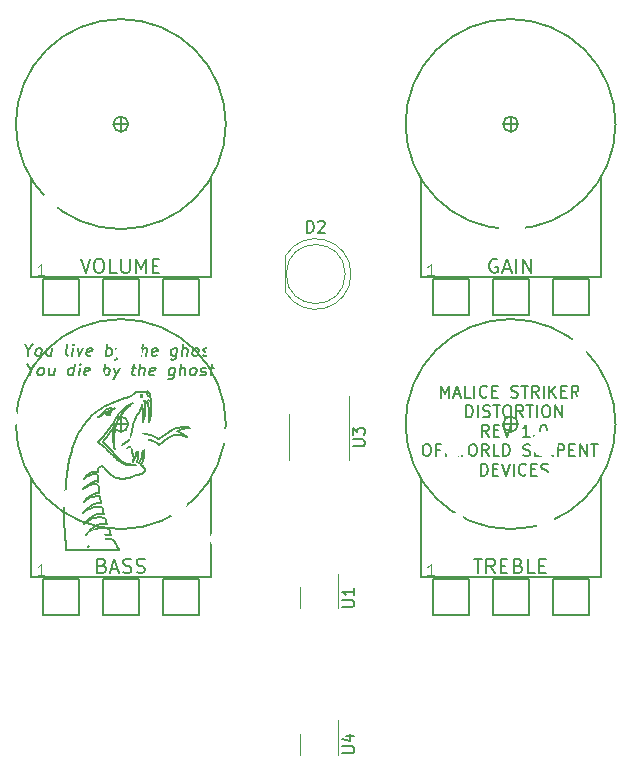
<source format=gto>
G04 #@! TF.GenerationSoftware,KiCad,Pcbnew,(5.1.10)-1*
G04 #@! TF.CreationDate,2022-03-26T18:38:29-04:00*
G04 #@! TF.ProjectId,malice-striker,6d616c69-6365-42d7-9374-72696b65722e,rev?*
G04 #@! TF.SameCoordinates,Original*
G04 #@! TF.FileFunction,Legend,Top*
G04 #@! TF.FilePolarity,Positive*
%FSLAX46Y46*%
G04 Gerber Fmt 4.6, Leading zero omitted, Abs format (unit mm)*
G04 Created by KiCad (PCBNEW (5.1.10)-1) date 2022-03-26 18:38:29*
%MOMM*%
%LPD*%
G01*
G04 APERTURE LIST*
%ADD10C,0.150000*%
%ADD11C,0.003600*%
%ADD12C,0.170000*%
%ADD13C,0.200000*%
%ADD14C,0.127000*%
%ADD15C,0.120000*%
%ADD16C,0.152400*%
%ADD17C,0.121920*%
%ADD18R,1.700000X1.700000*%
%ADD19O,1.700000X1.700000*%
%ADD20C,2.743200*%
%ADD21R,0.400000X1.560000*%
%ADD22R,3.000000X2.290000*%
%ADD23R,1.600000X1.600000*%
%ADD24O,1.600000X1.600000*%
%ADD25C,1.440000*%
%ADD26C,1.600000*%
%ADD27C,2.203200*%
%ADD28R,2.200000X2.200000*%
%ADD29O,2.200000X2.200000*%
%ADD30C,1.400000*%
%ADD31C,1.800000*%
%ADD32R,1.800000X1.800000*%
G04 APERTURE END LIST*
D10*
X31980823Y-52107396D02*
X32024109Y-52126146D01*
X28933453Y-53263942D02*
X28811097Y-53605359D01*
X28933453Y-53263942D02*
X28644415Y-53382702D01*
X29001826Y-53180114D02*
X29239684Y-53120024D01*
D11*
X28768341Y-53444935D02*
X28766048Y-53448461D01*
X28766048Y-53448461D02*
X28763559Y-53451869D01*
X28763559Y-53451869D02*
X28760879Y-53455142D01*
X28760879Y-53455142D02*
X28758013Y-53458263D01*
X28758013Y-53458263D02*
X28754967Y-53461216D01*
X28754967Y-53461216D02*
X28751747Y-53463985D01*
X28751747Y-53463985D02*
X28748358Y-53466553D01*
X28748358Y-53466553D02*
X28744806Y-53468904D01*
X28782633Y-53409880D02*
X28781183Y-53414432D01*
X28781183Y-53414432D02*
X28779701Y-53418968D01*
X28779701Y-53418968D02*
X28778155Y-53423472D01*
X28778155Y-53423472D02*
X28776513Y-53427927D01*
X28776513Y-53427927D02*
X28774742Y-53432317D01*
X28774742Y-53432317D02*
X28772812Y-53436626D01*
X28772812Y-53436626D02*
X28770688Y-53440837D01*
X28770688Y-53440837D02*
X28768341Y-53444935D01*
X28784242Y-53421333D02*
X28783787Y-53417747D01*
X28783787Y-53417747D02*
X28783278Y-53414169D01*
X28783278Y-53414169D02*
X28782741Y-53410594D01*
X28782741Y-53410594D02*
X28782633Y-53409880D01*
X28609719Y-53580981D02*
X28612930Y-53583361D01*
X28612930Y-53583361D02*
X28616234Y-53585631D01*
X28616234Y-53585631D02*
X28619624Y-53587784D01*
X28619624Y-53587784D02*
X28623093Y-53589815D01*
X28623093Y-53589815D02*
X28626636Y-53591718D01*
X28626636Y-53591718D02*
X28630247Y-53593486D01*
X28630247Y-53593486D02*
X28633918Y-53595114D01*
X28633918Y-53595114D02*
X28637646Y-53596596D01*
X28637646Y-53596596D02*
X28641422Y-53597926D01*
X28641422Y-53597926D02*
X28645241Y-53599097D01*
X28645241Y-53599097D02*
X28649097Y-53600105D01*
X28649097Y-53600105D02*
X28652983Y-53600943D01*
X28652983Y-53600943D02*
X28656894Y-53601604D01*
X28656894Y-53601604D02*
X28660824Y-53602084D01*
X28660824Y-53602084D02*
X28664766Y-53602376D01*
X28664766Y-53602376D02*
X28668714Y-53602475D01*
X28727685Y-53580981D02*
X28731167Y-53578189D01*
X28731167Y-53578189D02*
X28734528Y-53575272D01*
X28734528Y-53575272D02*
X28737768Y-53572236D01*
X28737768Y-53572236D02*
X28740890Y-53569086D01*
X28740890Y-53569086D02*
X28743894Y-53565827D01*
X28743894Y-53565827D02*
X28746783Y-53562466D01*
X28746783Y-53562466D02*
X28749557Y-53559009D01*
X28749557Y-53559009D02*
X28752218Y-53555460D01*
X28752218Y-53555460D02*
X28754767Y-53551827D01*
X28754767Y-53551827D02*
X28757207Y-53548114D01*
X28757207Y-53548114D02*
X28759537Y-53544328D01*
X28759537Y-53544328D02*
X28761761Y-53540475D01*
X28761761Y-53540475D02*
X28763879Y-53536559D01*
X28763879Y-53536559D02*
X28765893Y-53532588D01*
X28765893Y-53532588D02*
X28767804Y-53528566D01*
X28767804Y-53528566D02*
X28769615Y-53524500D01*
X28785575Y-53445038D02*
X28785539Y-53441292D01*
X28785539Y-53441292D02*
X28785439Y-53437550D01*
X28785439Y-53437550D02*
X28785276Y-53433810D01*
X28785276Y-53433810D02*
X28785236Y-53433063D01*
D12*
X28668714Y-53602475D02*
X28727685Y-53580981D01*
X28567789Y-53524500D02*
X28609719Y-53580981D01*
D11*
X28551832Y-53445038D02*
X28551892Y-53450113D01*
X28551892Y-53450113D02*
X28552074Y-53455190D01*
X28552074Y-53455190D02*
X28552378Y-53460266D01*
X28552378Y-53460266D02*
X28552805Y-53465336D01*
X28552805Y-53465336D02*
X28553355Y-53470399D01*
X28553355Y-53470399D02*
X28554030Y-53475449D01*
X28554030Y-53475449D02*
X28554831Y-53480483D01*
X28554831Y-53480483D02*
X28555757Y-53485498D01*
X28555757Y-53485498D02*
X28556809Y-53490491D01*
X28556809Y-53490491D02*
X28557990Y-53495457D01*
X28557990Y-53495457D02*
X28559298Y-53500393D01*
X28559298Y-53500393D02*
X28560735Y-53505295D01*
X28560735Y-53505295D02*
X28562302Y-53510161D01*
X28562302Y-53510161D02*
X28563999Y-53514986D01*
X28563999Y-53514986D02*
X28565828Y-53519767D01*
X28565828Y-53519767D02*
X28567789Y-53524500D01*
D12*
X28567789Y-53365575D02*
X28551832Y-53445038D01*
D11*
X28609719Y-53309095D02*
X28606236Y-53311623D01*
X28606236Y-53311623D02*
X28602874Y-53314336D01*
X28602874Y-53314336D02*
X28599633Y-53317222D01*
X28599633Y-53317222D02*
X28596511Y-53320270D01*
X28596511Y-53320270D02*
X28593507Y-53323470D01*
X28593507Y-53323470D02*
X28590618Y-53326811D01*
X28590618Y-53326811D02*
X28587844Y-53330281D01*
X28587844Y-53330281D02*
X28585183Y-53333871D01*
X28585183Y-53333871D02*
X28582633Y-53337569D01*
X28582633Y-53337569D02*
X28580194Y-53341364D01*
X28580194Y-53341364D02*
X28577863Y-53345246D01*
X28577863Y-53345246D02*
X28575639Y-53349204D01*
X28575639Y-53349204D02*
X28573522Y-53353226D01*
X28573522Y-53353226D02*
X28571508Y-53357303D01*
X28571508Y-53357303D02*
X28569598Y-53361422D01*
X28569598Y-53361422D02*
X28567789Y-53365575D01*
X28668714Y-53287601D02*
X28664766Y-53288531D01*
X28664766Y-53288531D02*
X28660824Y-53289472D01*
X28660824Y-53289472D02*
X28656894Y-53290432D01*
X28656894Y-53290432D02*
X28652983Y-53291421D01*
X28652983Y-53291421D02*
X28649097Y-53292449D01*
X28649097Y-53292449D02*
X28645241Y-53293525D01*
X28645241Y-53293525D02*
X28641422Y-53294660D01*
X28641422Y-53294660D02*
X28637646Y-53295863D01*
X28637646Y-53295863D02*
X28633918Y-53297143D01*
X28633918Y-53297143D02*
X28630247Y-53298511D01*
X28630247Y-53298511D02*
X28626636Y-53299975D01*
X28626636Y-53299975D02*
X28623093Y-53301547D01*
X28623093Y-53301547D02*
X28619624Y-53303235D01*
X28619624Y-53303235D02*
X28616234Y-53305049D01*
X28616234Y-53305049D02*
X28612930Y-53306999D01*
X28612930Y-53306999D02*
X28609719Y-53309095D01*
D12*
X28654052Y-53430692D02*
X28644415Y-53382702D01*
D11*
X28769615Y-53524500D02*
X28771576Y-53519766D01*
X28771576Y-53519766D02*
X28773406Y-53514984D01*
X28773406Y-53514984D02*
X28775104Y-53510158D01*
X28775104Y-53510158D02*
X28776673Y-53505292D01*
X28776673Y-53505292D02*
X28778111Y-53500388D01*
X28778111Y-53500388D02*
X28779421Y-53495451D01*
X28779421Y-53495451D02*
X28780602Y-53490484D01*
X28780602Y-53490484D02*
X28781656Y-53485491D01*
X28781656Y-53485491D02*
X28782583Y-53480476D01*
X28782583Y-53480476D02*
X28783383Y-53475441D01*
X28783383Y-53475441D02*
X28784058Y-53470391D01*
X28784058Y-53470391D02*
X28784609Y-53465329D01*
X28784609Y-53465329D02*
X28785035Y-53460260D01*
X28785035Y-53460260D02*
X28785337Y-53455185D01*
X28785337Y-53455185D02*
X28785517Y-53450110D01*
X28785517Y-53450110D02*
X28785575Y-53445038D01*
X28679376Y-53464802D02*
X28676248Y-53462247D01*
X28676248Y-53462247D02*
X28673284Y-53459525D01*
X28673284Y-53459525D02*
X28670483Y-53456647D01*
X28670483Y-53456647D02*
X28667840Y-53453625D01*
X28667840Y-53453625D02*
X28665353Y-53450472D01*
X28665353Y-53450472D02*
X28663018Y-53447199D01*
X28663018Y-53447199D02*
X28660833Y-53443818D01*
X28660833Y-53443818D02*
X28658794Y-53440341D01*
X28658794Y-53440341D02*
X28656899Y-53436780D01*
X28656899Y-53436780D02*
X28655145Y-53433147D01*
X28655145Y-53433147D02*
X28654052Y-53430692D01*
D12*
X28744806Y-53468904D02*
X28715006Y-53477783D01*
D11*
X28785236Y-53433063D02*
X28785000Y-53429391D01*
X28785000Y-53429391D02*
X28784699Y-53425723D01*
X28784699Y-53425723D02*
X28784326Y-53422063D01*
X28784326Y-53422063D02*
X28784242Y-53421333D01*
X28715006Y-53477783D02*
X28710243Y-53477535D01*
X28710243Y-53477535D02*
X28705509Y-53476840D01*
X28705509Y-53476840D02*
X28701995Y-53476041D01*
X28701995Y-53476041D02*
X28698527Y-53475016D01*
X28698527Y-53475016D02*
X28695116Y-53473779D01*
X28695116Y-53473779D02*
X28691776Y-53472340D01*
X28691776Y-53472340D02*
X28688520Y-53470711D01*
X28688520Y-53470711D02*
X28685359Y-53468904D01*
X28685359Y-53468904D02*
X28682307Y-53466930D01*
X28682307Y-53466930D02*
X28679376Y-53464802D01*
D13*
X28903960Y-63880157D02*
X28686274Y-63854487D01*
X28686274Y-63854487D02*
X28471055Y-63844105D01*
X28471055Y-63844105D02*
X28279617Y-63860797D01*
X24959353Y-63657900D02*
X24944565Y-63419111D01*
X24944565Y-63419111D02*
X24932296Y-63180157D01*
X24932296Y-63180157D02*
X24922600Y-62941077D01*
X24922600Y-62941077D02*
X24915527Y-62701909D01*
X24915527Y-62701909D02*
X24911132Y-62462692D01*
X24911132Y-62462692D02*
X24909467Y-62223465D01*
X24909467Y-62223465D02*
X24909577Y-62127781D01*
X29410914Y-64896658D02*
X29513500Y-65077910D01*
X29513500Y-65077910D02*
X29567851Y-65172506D01*
X29567851Y-65172506D02*
X25094477Y-65172506D01*
X24909577Y-62127781D02*
X24912274Y-61880506D01*
X24912274Y-61880506D02*
X24918197Y-61660796D01*
X24918197Y-61660796D02*
X24928869Y-61403534D01*
X24928869Y-61403534D02*
X24940771Y-61175896D01*
X24940771Y-61175896D02*
X24956620Y-60910693D01*
X24956620Y-60910693D02*
X24969649Y-60709541D01*
X24969649Y-60709541D02*
X24984838Y-60486475D01*
X24984838Y-60486475D02*
X25002348Y-60239405D01*
X25002348Y-60239405D02*
X25022341Y-59966244D01*
X25022341Y-59966244D02*
X25044980Y-59664905D01*
X25044980Y-59664905D02*
X25070427Y-59333299D01*
X25070427Y-59333299D02*
X25084254Y-59155494D01*
X29117679Y-64335324D02*
X29211140Y-64520791D01*
X29211140Y-64520791D02*
X29260858Y-64617550D01*
X25266408Y-57935193D02*
X25305455Y-57723593D01*
X25305455Y-57723593D02*
X25346058Y-57512282D01*
X25346058Y-57512282D02*
X25383635Y-57320306D01*
X25094477Y-65172506D02*
X25070831Y-64936058D01*
X25070831Y-64936058D02*
X25047566Y-64699578D01*
X25047566Y-64699578D02*
X25025061Y-64463036D01*
X25025061Y-64463036D02*
X25003697Y-64226400D01*
X25003697Y-64226400D02*
X24983854Y-63989638D01*
X24983854Y-63989638D02*
X24965912Y-63752718D01*
X24965912Y-63752718D02*
X24959353Y-63657900D01*
X27540786Y-64248372D02*
X27375827Y-64393906D01*
X27375827Y-64393906D02*
X27220600Y-64546159D01*
X27220600Y-64546159D02*
X27071859Y-64702892D01*
X27071859Y-64702892D02*
X26926363Y-64861865D01*
X25084254Y-59155494D02*
X25111652Y-58946148D01*
X25111652Y-58946148D02*
X25139835Y-58736912D01*
X25139835Y-58736912D02*
X25166796Y-58546886D01*
X29260858Y-64617550D02*
X29358430Y-64801201D01*
X29358430Y-64801201D02*
X29410914Y-64896658D01*
X28279617Y-63860797D02*
X28081498Y-63915801D01*
X28081498Y-63915801D02*
X27891452Y-64004348D01*
X27891452Y-64004348D02*
X27710780Y-64118012D01*
X27710780Y-64118012D02*
X27540786Y-64248372D01*
X25166796Y-58546886D02*
X25198820Y-58336260D01*
X25198820Y-58336260D02*
X25233167Y-58125997D01*
X25233167Y-58125997D02*
X25266408Y-57935193D01*
X28443374Y-64185874D02*
X28655215Y-64206953D01*
X28655215Y-64206953D02*
X28865811Y-64256504D01*
X28865811Y-64256504D02*
X29075727Y-64321583D01*
X29075727Y-64321583D02*
X29117679Y-64335324D01*
X26926363Y-64861865D02*
X27110400Y-64733703D01*
X27110400Y-64733703D02*
X27297232Y-64609124D01*
X27297232Y-64609124D02*
X27489653Y-64491713D01*
X27489653Y-64491713D02*
X27690457Y-64385052D01*
X28825605Y-63701101D02*
X28903960Y-63880157D01*
X27690457Y-64385052D02*
X27895489Y-64295827D01*
X27895489Y-64295827D02*
X28107600Y-64228348D01*
X28107600Y-64228348D02*
X28323289Y-64190794D01*
X28323289Y-64190794D02*
X28443374Y-64185874D01*
D12*
X28774526Y-53289357D02*
X28933453Y-53263942D01*
D11*
X28465028Y-53424718D02*
X28464490Y-53428487D01*
X28464490Y-53428487D02*
X28463965Y-53432258D01*
X28463965Y-53432258D02*
X28463463Y-53436032D01*
X28463463Y-53436032D02*
X28462998Y-53439810D01*
X28462998Y-53439810D02*
X28462754Y-53441972D01*
D12*
X27998354Y-53806860D02*
X28133201Y-53703202D01*
X28133201Y-53703202D02*
X28233457Y-53615485D01*
X29001826Y-53180114D02*
X28828903Y-53172765D01*
X28828903Y-53172765D02*
X28780037Y-53171948D01*
X28807640Y-53342128D02*
X28774526Y-53289357D01*
X28811097Y-53605359D02*
X28836756Y-53477571D01*
X28001974Y-53724615D02*
X27860919Y-53842113D01*
X27860919Y-53842113D02*
X27739902Y-53936781D01*
X28233457Y-53615485D02*
X28370236Y-53501079D01*
X28370236Y-53501079D02*
X28465028Y-53424718D01*
X28829112Y-53405849D02*
X28807640Y-53342128D01*
D11*
X28836756Y-53477571D02*
X28836721Y-53473053D01*
X28836721Y-53473053D02*
X28836626Y-53468538D01*
X28836626Y-53468538D02*
X28836472Y-53464026D01*
X28836472Y-53464026D02*
X28836258Y-53459518D01*
X28836258Y-53459518D02*
X28835985Y-53455014D01*
X28835985Y-53455014D02*
X28835652Y-53450514D01*
X28835652Y-53450514D02*
X28835261Y-53446019D01*
X28835261Y-53446019D02*
X28834811Y-53441529D01*
X28834811Y-53441529D02*
X28834302Y-53437045D01*
X28834302Y-53437045D02*
X28833735Y-53432567D01*
X28833735Y-53432567D02*
X28833109Y-53428095D01*
X28833109Y-53428095D02*
X28832425Y-53423630D01*
X28832425Y-53423630D02*
X28831683Y-53419173D01*
X28831683Y-53419173D02*
X28830884Y-53414723D01*
X28830884Y-53414723D02*
X28830026Y-53410281D01*
X28830026Y-53410281D02*
X28829112Y-53405849D01*
X28743670Y-53696195D02*
X28749270Y-53691705D01*
X28749270Y-53691705D02*
X28754675Y-53687013D01*
X28754675Y-53687013D02*
X28759886Y-53682128D01*
X28759886Y-53682128D02*
X28764905Y-53677061D01*
X28764905Y-53677061D02*
X28769736Y-53671819D01*
X28769736Y-53671819D02*
X28774381Y-53666413D01*
X28774381Y-53666413D02*
X28778842Y-53660852D01*
X28778842Y-53660852D02*
X28783121Y-53655145D01*
X28783121Y-53655145D02*
X28787220Y-53649301D01*
X28787220Y-53649301D02*
X28791143Y-53643330D01*
X28791143Y-53643330D02*
X28794891Y-53637242D01*
X28794891Y-53637242D02*
X28798467Y-53631045D01*
X28798467Y-53631045D02*
X28801873Y-53624749D01*
X28801873Y-53624749D02*
X28805112Y-53618363D01*
X28805112Y-53618363D02*
X28808185Y-53611896D01*
X28808185Y-53611896D02*
X28811097Y-53605359D01*
D12*
X27739902Y-53936781D02*
X27896752Y-53864892D01*
X27896752Y-53864892D02*
X27998354Y-53806860D01*
X28553968Y-53696195D02*
X28648796Y-53730766D01*
D11*
X28461368Y-53459597D02*
X28461188Y-53463525D01*
X28461188Y-53463525D02*
X28461051Y-53467456D01*
X28461051Y-53467456D02*
X28460957Y-53471388D01*
X28460957Y-53471388D02*
X28460908Y-53475322D01*
X28460908Y-53475322D02*
X28460900Y-53477571D01*
X28668783Y-53310809D02*
X28671619Y-53307983D01*
X28671619Y-53307983D02*
X28674622Y-53305326D01*
X28674622Y-53305326D02*
X28677769Y-53302812D01*
X28677769Y-53302812D02*
X28681034Y-53300418D01*
X28681034Y-53300418D02*
X28684395Y-53298119D01*
X28684395Y-53298119D02*
X28687828Y-53295892D01*
X28687828Y-53295892D02*
X28691308Y-53293713D01*
X28691308Y-53293713D02*
X28694813Y-53291559D01*
X28462754Y-53441972D02*
X28462361Y-53445819D01*
X28462361Y-53445819D02*
X28462021Y-53449672D01*
X28462021Y-53449672D02*
X28461731Y-53453529D01*
X28461731Y-53453529D02*
X28461487Y-53457390D01*
X28461487Y-53457390D02*
X28461368Y-53459597D01*
D12*
X28694813Y-53291559D02*
X28686315Y-53289394D01*
D11*
X28650999Y-53342525D02*
X28652548Y-53338170D01*
X28652548Y-53338170D02*
X28654271Y-53333875D01*
X28654271Y-53333875D02*
X28656176Y-53329665D01*
X28656176Y-53329665D02*
X28658274Y-53325567D01*
X28658274Y-53325567D02*
X28660574Y-53321606D01*
X28660574Y-53321606D02*
X28663085Y-53317809D01*
X28663085Y-53317809D02*
X28665818Y-53314201D01*
X28665818Y-53314201D02*
X28668783Y-53310809D01*
D12*
X28648796Y-53730766D02*
X28794063Y-53625177D01*
X28794063Y-53625177D02*
X28811097Y-53605359D01*
X28486557Y-53605359D02*
X28553968Y-53696195D01*
X28780037Y-53171948D02*
X28605824Y-53204691D01*
X28605824Y-53204691D02*
X28542180Y-53232038D01*
X28460900Y-53477571D02*
X28486557Y-53605359D01*
X28280108Y-53444190D02*
X28159853Y-53569406D01*
X28159853Y-53569406D02*
X28038026Y-53691206D01*
X28038026Y-53691206D02*
X28001974Y-53724615D01*
X28542180Y-53232038D02*
X28395156Y-53333504D01*
X28395156Y-53333504D02*
X28280108Y-53444190D01*
D11*
X29239684Y-53120024D02*
X29232309Y-53122612D01*
X29232309Y-53122612D02*
X29224935Y-53125197D01*
X29224935Y-53125197D02*
X29217560Y-53127773D01*
X29217560Y-53127773D02*
X29210184Y-53130336D01*
X29210184Y-53130336D02*
X29202806Y-53132883D01*
X29202806Y-53132883D02*
X29195427Y-53135409D01*
X29195427Y-53135409D02*
X29188046Y-53137910D01*
X29188046Y-53137910D02*
X29180662Y-53140382D01*
X29180662Y-53140382D02*
X29173276Y-53142821D01*
X29173276Y-53142821D02*
X29165886Y-53145222D01*
X29165886Y-53145222D02*
X29158493Y-53147581D01*
X29158493Y-53147581D02*
X29151096Y-53149894D01*
X29151096Y-53149894D02*
X29143695Y-53152158D01*
X29143695Y-53152158D02*
X29136290Y-53154367D01*
X29136290Y-53154367D02*
X29128879Y-53156518D01*
X29128879Y-53156518D02*
X29121464Y-53158606D01*
X29121464Y-53158606D02*
X29114043Y-53160628D01*
X29114043Y-53160628D02*
X29106616Y-53162579D01*
X29106616Y-53162579D02*
X29099182Y-53164454D01*
X29099182Y-53164454D02*
X29091743Y-53166251D01*
X29091743Y-53166251D02*
X29084296Y-53167964D01*
X29084296Y-53167964D02*
X29076842Y-53169590D01*
X29076842Y-53169590D02*
X29069380Y-53171123D01*
X29069380Y-53171123D02*
X29061911Y-53172561D01*
X29061911Y-53172561D02*
X29054433Y-53173899D01*
X29054433Y-53173899D02*
X29046946Y-53175133D01*
X29046946Y-53175133D02*
X29039451Y-53176258D01*
X29039451Y-53176258D02*
X29031946Y-53177271D01*
X29031946Y-53177271D02*
X29024431Y-53178167D01*
X29024431Y-53178167D02*
X29016906Y-53178943D01*
X29016906Y-53178943D02*
X29009371Y-53179593D01*
X29009371Y-53179593D02*
X29001826Y-53180114D01*
X28677606Y-53288058D02*
X28673998Y-53287801D01*
X28673998Y-53287801D02*
X28670383Y-53287653D01*
X28670383Y-53287653D02*
X28668714Y-53287601D01*
X28686315Y-53289394D02*
X28682524Y-53288682D01*
X28682524Y-53288682D02*
X28678702Y-53288167D01*
X28678702Y-53288167D02*
X28677606Y-53288058D01*
X28644415Y-53382702D02*
X28644476Y-53378879D01*
X28644476Y-53378879D02*
X28644653Y-53375064D01*
X28644653Y-53375064D02*
X28644944Y-53371256D01*
X28644944Y-53371256D02*
X28645351Y-53367458D01*
X28645351Y-53367458D02*
X28645872Y-53363672D01*
X28645872Y-53363672D02*
X28646508Y-53359899D01*
X28646508Y-53359899D02*
X28647259Y-53356142D01*
X28647259Y-53356142D02*
X28648125Y-53352402D01*
X28648125Y-53352402D02*
X28649107Y-53348680D01*
X28649107Y-53348680D02*
X28650203Y-53344979D01*
X28650203Y-53344979D02*
X28650999Y-53342525D01*
D13*
X26381511Y-54831917D02*
X26501158Y-54651027D01*
X26501158Y-54651027D02*
X26628782Y-54474830D01*
X26628782Y-54474830D02*
X26764005Y-54303706D01*
X26764005Y-54303706D02*
X26906447Y-54138033D01*
X26906447Y-54138033D02*
X27055730Y-53978190D01*
X27055730Y-53978190D02*
X27211474Y-53824557D01*
X27211474Y-53824557D02*
X27373301Y-53677511D01*
X27373301Y-53677511D02*
X27540832Y-53537432D01*
X27540832Y-53537432D02*
X27713689Y-53404699D01*
X27713689Y-53404699D02*
X27891491Y-53279691D01*
X27891491Y-53279691D02*
X28012587Y-53200831D01*
X25455919Y-56987821D02*
X25527459Y-56777839D01*
X25527459Y-56777839D02*
X25599811Y-56568276D01*
X25599811Y-56568276D02*
X25673783Y-56359550D01*
X25673783Y-56359550D02*
X25750186Y-56152080D01*
X25750186Y-56152080D02*
X25829832Y-55946283D01*
X25829832Y-55946283D02*
X25913529Y-55742578D01*
X25913529Y-55742578D02*
X26002090Y-55541384D01*
X26002090Y-55541384D02*
X26096323Y-55343120D01*
X26096323Y-55343120D02*
X26197040Y-55148203D01*
X26197040Y-55148203D02*
X26305051Y-54957052D01*
X26305051Y-54957052D02*
X26381511Y-54831917D01*
D12*
X29050609Y-55297232D02*
X29043917Y-55482972D01*
X29043917Y-55482972D02*
X29048377Y-55669185D01*
X29048377Y-55669185D02*
X29062459Y-55855153D01*
X29062459Y-55855153D02*
X29073878Y-55958098D01*
D11*
X32024109Y-52126146D02*
X32028263Y-52125888D01*
X32028263Y-52125888D02*
X32032402Y-52125250D01*
X32032402Y-52125250D02*
X32036506Y-52124258D01*
X32036506Y-52124258D02*
X32040557Y-52122933D01*
X32040557Y-52122933D02*
X32044533Y-52121301D01*
X32044533Y-52121301D02*
X32048417Y-52119385D01*
X32048417Y-52119385D02*
X32052187Y-52117210D01*
X32052187Y-52117210D02*
X32055824Y-52114798D01*
X32055824Y-52114798D02*
X32059310Y-52112175D01*
X32059310Y-52112175D02*
X32062623Y-52109363D01*
X32062623Y-52109363D02*
X32064727Y-52107396D01*
X31520975Y-52115955D02*
X31522649Y-52111797D01*
X31522649Y-52111797D02*
X31524237Y-52107606D01*
X31524237Y-52107606D02*
X31525736Y-52103382D01*
X31525736Y-52103382D02*
X31527149Y-52099128D01*
X31527149Y-52099128D02*
X31528474Y-52094846D01*
X31528474Y-52094846D02*
X31529711Y-52090540D01*
X31529711Y-52090540D02*
X31530861Y-52086211D01*
X31530861Y-52086211D02*
X31531924Y-52081862D01*
X31531924Y-52081862D02*
X31532899Y-52077496D01*
X31532899Y-52077496D02*
X31533787Y-52073114D01*
X31533787Y-52073114D02*
X31534587Y-52068720D01*
X31534587Y-52068720D02*
X31535300Y-52064315D01*
X31535300Y-52064315D02*
X31535925Y-52059903D01*
X31535925Y-52059903D02*
X31536463Y-52055485D01*
X31536463Y-52055485D02*
X31536914Y-52051065D01*
X31536914Y-52051065D02*
X31537277Y-52046644D01*
X32047784Y-51870239D02*
X32044255Y-51867760D01*
X32044255Y-51867760D02*
X32040569Y-51865494D01*
X32040569Y-51865494D02*
X32036744Y-51863419D01*
X32036744Y-51863419D02*
X32032794Y-51861512D01*
X32032794Y-51861512D02*
X32028737Y-51859752D01*
X32028737Y-51859752D02*
X32024587Y-51858117D01*
X32024587Y-51858117D02*
X32020363Y-51856584D01*
X32020363Y-51856584D02*
X32016079Y-51855132D01*
X32016079Y-51855132D02*
X32011751Y-51853739D01*
X32011751Y-51853739D02*
X32007397Y-51852382D01*
X32007397Y-51852382D02*
X32004488Y-51851488D01*
X31980823Y-52107396D02*
X31984345Y-52110335D01*
X31984345Y-52110335D02*
X31988024Y-52113117D01*
X31988024Y-52113117D02*
X31991843Y-52115711D01*
X31991843Y-52115711D02*
X31995786Y-52118088D01*
X31995786Y-52118088D02*
X31999838Y-52120217D01*
X31999838Y-52120217D02*
X32003984Y-52122067D01*
X32003984Y-52122067D02*
X32008208Y-52123610D01*
X32008208Y-52123610D02*
X32012494Y-52124815D01*
X32012494Y-52124815D02*
X32016826Y-52125651D01*
X32016826Y-52125651D02*
X32021190Y-52126090D01*
X32021190Y-52126090D02*
X32024109Y-52126146D01*
D12*
X31387320Y-51977334D02*
X31377412Y-52115955D01*
X30048425Y-53318733D02*
X30167711Y-53184303D01*
X30167711Y-53184303D02*
X30300219Y-53054336D01*
X30300219Y-53054336D02*
X30452856Y-52930170D01*
X30452856Y-52930170D02*
X30604946Y-52829377D01*
X30604946Y-52829377D02*
X30750000Y-52750000D01*
X28506273Y-55589758D02*
X28614701Y-55447760D01*
X28614701Y-55447760D02*
X28717553Y-55301398D01*
X28717553Y-55301398D02*
X28816575Y-55152245D01*
X28816575Y-55152245D02*
X28836073Y-55122218D01*
D11*
X31963866Y-51870239D02*
X31960172Y-51873705D01*
X31960172Y-51873705D02*
X31956780Y-51877516D01*
X31956780Y-51877516D02*
X31953672Y-51881635D01*
X31953672Y-51881635D02*
X31950833Y-51886026D01*
X31950833Y-51886026D02*
X31948247Y-51890651D01*
X31948247Y-51890651D02*
X31945897Y-51895473D01*
X31945897Y-51895473D02*
X31944453Y-51898780D01*
X31944453Y-51898780D02*
X31943103Y-51902147D01*
X31943103Y-51902147D02*
X31941840Y-51905563D01*
X31941840Y-51905563D02*
X31940661Y-51909018D01*
X31940661Y-51909018D02*
X31939560Y-51912501D01*
X31939560Y-51912501D02*
X31938533Y-51916001D01*
X31938533Y-51916001D02*
X31937576Y-51919507D01*
D12*
X29519760Y-54035798D02*
X29629776Y-53876157D01*
X29629776Y-53876157D02*
X29741489Y-53717355D01*
X29741489Y-53717355D02*
X29856598Y-53560231D01*
X29856598Y-53560231D02*
X29976799Y-53405625D01*
X29976799Y-53405625D02*
X30048425Y-53318733D01*
X28155508Y-55983169D02*
X28279296Y-55850540D01*
X28279296Y-55850540D02*
X28400501Y-55715816D01*
X28400501Y-55715816D02*
X28506273Y-55589758D01*
X29156541Y-54613901D02*
X29123210Y-54784090D01*
X29123210Y-54784090D02*
X29092619Y-54954537D01*
X29092619Y-54954537D02*
X29067506Y-55125498D01*
X29067506Y-55125498D02*
X29050609Y-55297232D01*
X29816310Y-57679306D02*
X29663998Y-57572977D01*
X29663998Y-57572977D02*
X29521798Y-57449221D01*
X29521798Y-57449221D02*
X29387277Y-57312263D01*
X29387277Y-57312263D02*
X29258002Y-57166327D01*
X29258002Y-57166327D02*
X29131537Y-57015638D01*
X29131537Y-57015638D02*
X29005451Y-56864424D01*
X29005451Y-56864424D02*
X28954578Y-56804737D01*
X32004488Y-51851488D02*
X31963866Y-51870239D01*
X30018706Y-53139119D02*
X29849519Y-53284830D01*
X29849519Y-53284830D02*
X29694625Y-53448838D01*
X29694625Y-53448838D02*
X29586151Y-53581741D01*
X29586151Y-53581741D02*
X29482965Y-53721480D01*
X29482965Y-53721480D02*
X29383886Y-53866575D01*
X29383886Y-53866575D02*
X29287736Y-54015547D01*
X29287736Y-54015547D02*
X29193334Y-54166913D01*
X29193334Y-54166913D02*
X29099502Y-54319193D01*
X29099502Y-54319193D02*
X29005060Y-54470906D01*
X29005060Y-54470906D02*
X28908829Y-54620573D01*
X28908829Y-54620573D02*
X28781899Y-54807112D01*
X28781899Y-54807112D02*
X28650728Y-54988611D01*
X28650728Y-54988611D02*
X28515922Y-55165789D01*
X28515922Y-55165789D02*
X28378086Y-55339368D01*
X28378086Y-55339368D02*
X28237827Y-55510067D01*
X28237827Y-55510067D02*
X28095749Y-55678605D01*
X28095749Y-55678605D02*
X27952460Y-55845703D01*
X27952460Y-55845703D02*
X27808566Y-56012082D01*
D11*
X31444334Y-52183973D02*
X31448711Y-52183817D01*
X31448711Y-52183817D02*
X31453067Y-52183243D01*
X31453067Y-52183243D02*
X31457387Y-52182281D01*
X31457387Y-52182281D02*
X31461655Y-52180960D01*
X31461655Y-52180960D02*
X31465855Y-52179312D01*
X31465855Y-52179312D02*
X31469972Y-52177365D01*
X31469972Y-52177365D02*
X31473991Y-52175150D01*
X31473991Y-52175150D02*
X31477895Y-52172697D01*
X31477895Y-52172697D02*
X31481670Y-52170037D01*
X31481670Y-52170037D02*
X31485299Y-52167199D01*
X31485299Y-52167199D02*
X31487631Y-52165223D01*
D12*
X28933453Y-53263942D02*
X29090098Y-53219975D01*
X28954578Y-56804737D02*
X28834102Y-56668576D01*
X28834102Y-56668576D02*
X28711400Y-56536376D01*
X28711400Y-56536376D02*
X28586883Y-56407405D01*
X28586883Y-56407405D02*
X28460965Y-56280927D01*
X28460965Y-56280927D02*
X28334056Y-56156211D01*
X28334056Y-56156211D02*
X28206571Y-56032521D01*
X28206571Y-56032521D02*
X28155508Y-55983169D01*
D11*
X31530883Y-51977334D02*
X31529924Y-51973828D01*
X31529924Y-51973828D02*
X31528896Y-51970328D01*
X31528896Y-51970328D02*
X31527795Y-51966845D01*
X31527795Y-51966845D02*
X31526615Y-51963390D01*
X31526615Y-51963390D02*
X31525352Y-51959974D01*
X31525352Y-51959974D02*
X31524001Y-51956607D01*
X31524001Y-51956607D02*
X31522557Y-51953300D01*
X31522557Y-51953300D02*
X31520206Y-51948478D01*
X31520206Y-51948478D02*
X31517618Y-51943853D01*
X31517618Y-51943853D02*
X31514779Y-51939462D01*
X31514779Y-51939462D02*
X31511670Y-51935343D01*
X31511670Y-51935343D02*
X31508277Y-51931532D01*
X31508277Y-51931532D02*
X31504583Y-51928066D01*
D12*
X29090098Y-53219975D02*
X29235205Y-53123550D01*
X29235205Y-53123550D02*
X29239684Y-53120024D01*
X31931188Y-51988817D02*
X32024109Y-52126146D01*
D11*
X31463956Y-51909315D02*
X31459593Y-51910659D01*
X31459593Y-51910659D02*
X31455248Y-51912026D01*
X31455248Y-51912026D02*
X31450934Y-51913436D01*
X31450934Y-51913436D02*
X31446669Y-51914913D01*
X31446669Y-51914913D02*
X31442469Y-51916478D01*
X31442469Y-51916478D02*
X31438349Y-51918152D01*
X31438349Y-51918152D02*
X31434327Y-51919958D01*
X31434327Y-51919958D02*
X31430417Y-51921919D01*
X31430417Y-51921919D02*
X31426637Y-51924055D01*
X31426637Y-51924055D02*
X31423003Y-51926389D01*
X31423003Y-51926389D02*
X31420669Y-51928066D01*
D12*
X28768276Y-56878619D02*
X28889386Y-57007413D01*
X28889386Y-57007413D02*
X29009649Y-57138010D01*
X29009649Y-57138010D02*
X29130444Y-57267530D01*
X29130444Y-57267530D02*
X29253147Y-57393093D01*
X29253147Y-57393093D02*
X29379138Y-57511819D01*
X29379138Y-57511819D02*
X29509794Y-57620826D01*
X29509794Y-57620826D02*
X29681774Y-57739032D01*
X29681774Y-57739032D02*
X29790614Y-57798167D01*
X27808566Y-56012082D02*
X27961719Y-56140744D01*
X27961719Y-56140744D02*
X28114393Y-56270417D01*
X28114393Y-56270417D02*
X28266105Y-56402113D01*
X28266105Y-56402113D02*
X28416377Y-56536842D01*
X28416377Y-56536842D02*
X28564727Y-56675615D01*
X28564727Y-56675615D02*
X28710676Y-56819445D01*
X28710676Y-56819445D02*
X28768276Y-56878619D01*
X29247054Y-54859704D02*
X29296879Y-54676616D01*
X29296879Y-54676616D02*
X29353947Y-54495635D01*
X29353947Y-54495635D02*
X29416229Y-54316169D01*
X29416229Y-54316169D02*
X29481698Y-54137631D01*
X29481698Y-54137631D02*
X29519760Y-54035798D01*
X29135172Y-55715783D02*
X29143474Y-55526827D01*
X29143474Y-55526827D02*
X29160796Y-55338273D01*
X29160796Y-55338273D02*
X29187180Y-55150755D01*
X29187180Y-55150755D02*
X29222669Y-54964908D01*
X29222669Y-54964908D02*
X29247054Y-54859704D01*
X29073878Y-55958098D02*
X29099531Y-56140715D01*
X29099531Y-56140715D02*
X29130293Y-56322371D01*
X29130293Y-56322371D02*
X29164166Y-56503441D01*
X29164166Y-56503441D02*
X29183592Y-56603922D01*
X29790614Y-57798167D02*
X29964608Y-57869043D01*
X29964608Y-57869043D02*
X30148200Y-57919895D01*
X30148200Y-57919895D02*
X30339613Y-57954430D01*
X30339613Y-57954430D02*
X30537068Y-57976358D01*
X30537068Y-57976358D02*
X30738789Y-57989385D01*
X30738789Y-57989385D02*
X30942999Y-57997221D01*
X30942999Y-57997221D02*
X31024982Y-57999733D01*
D11*
X31377412Y-52115955D02*
X31378874Y-52121066D01*
X31378874Y-52121066D02*
X31380496Y-52126130D01*
X31380496Y-52126130D02*
X31382296Y-52131129D01*
X31382296Y-52131129D02*
X31384288Y-52136043D01*
X31384288Y-52136043D02*
X31386490Y-52140852D01*
X31386490Y-52140852D02*
X31388917Y-52145539D01*
X31388917Y-52145539D02*
X31391587Y-52150083D01*
X31391587Y-52150083D02*
X31394516Y-52154467D01*
X31394516Y-52154467D02*
X31397720Y-52158670D01*
X31397720Y-52158670D02*
X31401216Y-52162673D01*
X31401216Y-52162673D02*
X31403717Y-52165223D01*
X31387320Y-51977334D02*
X31385646Y-51981591D01*
X31385646Y-51981591D02*
X31384059Y-51985857D01*
X31384059Y-51985857D02*
X31382559Y-51990133D01*
X31382559Y-51990133D02*
X31381147Y-51994418D01*
X31381147Y-51994418D02*
X31379821Y-51998712D01*
X31379821Y-51998712D02*
X31378583Y-52003016D01*
X31378583Y-52003016D02*
X31377433Y-52007330D01*
X31377433Y-52007330D02*
X31376369Y-52011655D01*
X31376369Y-52011655D02*
X31375393Y-52015990D01*
X31375393Y-52015990D02*
X31374505Y-52020335D01*
X31374505Y-52020335D02*
X31373704Y-52024691D01*
X31373704Y-52024691D02*
X31372990Y-52029059D01*
X31372990Y-52029059D02*
X31372364Y-52033437D01*
X31372364Y-52033437D02*
X31371826Y-52037828D01*
X31371826Y-52037828D02*
X31371375Y-52042230D01*
X31371375Y-52042230D02*
X31371013Y-52046644D01*
X31931188Y-51988817D02*
X31931550Y-51993237D01*
X31931550Y-51993237D02*
X31932000Y-51997658D01*
X31932000Y-51997658D02*
X31932537Y-52002076D01*
X31932537Y-52002076D02*
X31933162Y-52006488D01*
X31933162Y-52006488D02*
X31933874Y-52010892D01*
X31933874Y-52010892D02*
X31934673Y-52015287D01*
X31934673Y-52015287D02*
X31935560Y-52019668D01*
X31935560Y-52019668D02*
X31936535Y-52024035D01*
X31936535Y-52024035D02*
X31937597Y-52028384D01*
X31937597Y-52028384D02*
X31938746Y-52032713D01*
X31938746Y-52032713D02*
X31939983Y-52037019D01*
X31939983Y-52037019D02*
X31941307Y-52041300D01*
X31941307Y-52041300D02*
X31942719Y-52045554D01*
X31942719Y-52045554D02*
X31944218Y-52049779D01*
X31944218Y-52049779D02*
X31945805Y-52053970D01*
X31945805Y-52053970D02*
X31947480Y-52058128D01*
X32081128Y-51919507D02*
X32079662Y-51915958D01*
X32079662Y-51915958D02*
X32078131Y-51912425D01*
X32078131Y-51912425D02*
X32076533Y-51908918D01*
X32076533Y-51908918D02*
X32074862Y-51905447D01*
X32074862Y-51905447D02*
X32073114Y-51902022D01*
X32073114Y-51902022D02*
X32071287Y-51898653D01*
X32071287Y-51898653D02*
X32069377Y-51895350D01*
X32069377Y-51895350D02*
X32067379Y-51892123D01*
X32067379Y-51892123D02*
X32065289Y-51888981D01*
X32065289Y-51888981D02*
X32063104Y-51885936D01*
X32063104Y-51885936D02*
X32060821Y-51882997D01*
X32060821Y-51882997D02*
X32058434Y-51880174D01*
X32058434Y-51880174D02*
X32055941Y-51877476D01*
X32055941Y-51877476D02*
X32053337Y-51874914D01*
X32053337Y-51874914D02*
X32050619Y-51872498D01*
X32050619Y-51872498D02*
X32047784Y-51870239D01*
D12*
X31520975Y-52115955D02*
X31510312Y-51941119D01*
X31510312Y-51941119D02*
X31504583Y-51928066D01*
X31377412Y-52115955D02*
X31444334Y-52183973D01*
X28836073Y-55122218D02*
X28937406Y-54963985D01*
X28937406Y-54963985D02*
X29037420Y-54805068D01*
X29037420Y-54805068D02*
X29136715Y-54645776D01*
X29136715Y-54645776D02*
X29156541Y-54613901D01*
X31963866Y-51870239D02*
X31931188Y-51988817D01*
X31024982Y-57999733D02*
X30822586Y-57973037D01*
X30822586Y-57973037D02*
X30622223Y-57942833D01*
X30622223Y-57942833D02*
X30425926Y-57905610D01*
X30425926Y-57905610D02*
X30235729Y-57857859D01*
X30235729Y-57857859D02*
X30053665Y-57796072D01*
X30053665Y-57796072D02*
X29881767Y-57716738D01*
X29881767Y-57716738D02*
X29816310Y-57679306D01*
X30750000Y-52750000D02*
X30576931Y-52784241D01*
X30576931Y-52784241D02*
X30417611Y-52851042D01*
X30417611Y-52851042D02*
X30237723Y-52955424D01*
X30237723Y-52955424D02*
X30090457Y-53070202D01*
X30090457Y-53070202D02*
X30018706Y-53139119D01*
X31504583Y-51928066D02*
X31463956Y-51909315D01*
X31444334Y-52183973D02*
X31520975Y-52115955D01*
D13*
X25383635Y-57320306D02*
X25455919Y-56987821D01*
X31014636Y-51777853D02*
X31133947Y-51761128D01*
D12*
X29183592Y-56603922D02*
X29166089Y-56409820D01*
X29166089Y-56409820D02*
X29150671Y-56215665D01*
X29150671Y-56215665D02*
X29139420Y-56021402D01*
X29139420Y-56021402D02*
X29134420Y-55826976D01*
X29134420Y-55826976D02*
X29135172Y-55715783D01*
D13*
X30812829Y-51903219D02*
X30980408Y-51789879D01*
X30980408Y-51789879D02*
X31014636Y-51777853D01*
D11*
X30812829Y-51903219D02*
X30815577Y-51900617D01*
X30815577Y-51900617D02*
X30818329Y-51898017D01*
X30818329Y-51898017D02*
X30821083Y-51895421D01*
X30821083Y-51895421D02*
X30823842Y-51892830D01*
X30823842Y-51892830D02*
X30826606Y-51890244D01*
X30826606Y-51890244D02*
X30829376Y-51887665D01*
X30829376Y-51887665D02*
X30832151Y-51885093D01*
X30832151Y-51885093D02*
X30834933Y-51882529D01*
X30834933Y-51882529D02*
X30837723Y-51879975D01*
X30837723Y-51879975D02*
X30840521Y-51877432D01*
X30840521Y-51877432D02*
X30843327Y-51874900D01*
X30843327Y-51874900D02*
X30846143Y-51872380D01*
X30846143Y-51872380D02*
X30848969Y-51869874D01*
X30848969Y-51869874D02*
X30851806Y-51867383D01*
X30851806Y-51867383D02*
X30854655Y-51864907D01*
X30854655Y-51864907D02*
X30857515Y-51862447D01*
X30857515Y-51862447D02*
X30860388Y-51860005D01*
X30860388Y-51860005D02*
X30863275Y-51857581D01*
X30863275Y-51857581D02*
X30866176Y-51855177D01*
X30866176Y-51855177D02*
X30869091Y-51852794D01*
X30869091Y-51852794D02*
X30872022Y-51850432D01*
X30872022Y-51850432D02*
X30874969Y-51848092D01*
X30874969Y-51848092D02*
X30877933Y-51845776D01*
X30877933Y-51845776D02*
X30880914Y-51843485D01*
X30880914Y-51843485D02*
X30883913Y-51841219D01*
X30883913Y-51841219D02*
X30886931Y-51838979D01*
X30886931Y-51838979D02*
X30889968Y-51836767D01*
X30889968Y-51836767D02*
X30893026Y-51834584D01*
X30893026Y-51834584D02*
X30896104Y-51832430D01*
X30896104Y-51832430D02*
X30899204Y-51830306D01*
X30899204Y-51830306D02*
X30902325Y-51828214D01*
X30902325Y-51828214D02*
X30905470Y-51826155D01*
D13*
X30625017Y-52071246D02*
X30778466Y-51935932D01*
X30778466Y-51935932D02*
X30812829Y-51903219D01*
X30407911Y-52196596D02*
X30586894Y-52098788D01*
X30586894Y-52098788D02*
X30625017Y-52071246D01*
D12*
X31420669Y-51928066D02*
X31387320Y-51977334D01*
D13*
X30168496Y-52275244D02*
X30363994Y-52214043D01*
X30363994Y-52214043D02*
X30407911Y-52196596D01*
X28012587Y-53200831D02*
X28200994Y-53087507D01*
X28200994Y-53087507D02*
X28393447Y-52982017D01*
X28393447Y-52982017D02*
X28589526Y-52883552D01*
X28589526Y-52883552D02*
X28788814Y-52791300D01*
X28788814Y-52791300D02*
X28990892Y-52704451D01*
X28990892Y-52704451D02*
X29195341Y-52622195D01*
X29195341Y-52622195D02*
X29401743Y-52543720D01*
X29401743Y-52543720D02*
X29609679Y-52468218D01*
X29609679Y-52468218D02*
X29818732Y-52394877D01*
X29818732Y-52394877D02*
X30028481Y-52322887D01*
X30028481Y-52322887D02*
X30168496Y-52275244D01*
X32769597Y-56128583D02*
X32583868Y-56020178D01*
X32583868Y-56020178D02*
X32393311Y-55924243D01*
X32393311Y-55924243D02*
X32211826Y-55858343D01*
X35182583Y-54851399D02*
X34983859Y-54895889D01*
X34983859Y-54895889D02*
X34813447Y-54951202D01*
X34777415Y-55233762D02*
X34959693Y-55330850D01*
X34959693Y-55330850D02*
X35062856Y-55399332D01*
X35327286Y-55620923D02*
X34788384Y-55459253D01*
X31612118Y-55840653D02*
X31408989Y-55902566D01*
X31408989Y-55902566D02*
X31213660Y-55988788D01*
X31213660Y-55988788D02*
X31039417Y-56077551D01*
X32898735Y-56228066D02*
X32769597Y-56128583D01*
X34384746Y-54862406D02*
X34586248Y-54803587D01*
X34586248Y-54803587D02*
X34793836Y-54767533D01*
X34793836Y-54767533D02*
X34984695Y-54753993D01*
X34788384Y-55459253D02*
X34590397Y-55420798D01*
X34590397Y-55420798D02*
X34390754Y-55402202D01*
X30902522Y-57332870D02*
X30967091Y-57131024D01*
X30967091Y-57131024D02*
X31012609Y-56949292D01*
D11*
X30715780Y-57107560D02*
X30716834Y-57111346D01*
X30716834Y-57111346D02*
X30717894Y-57115132D01*
X30717894Y-57115132D02*
X30718961Y-57118915D01*
X30718961Y-57118915D02*
X30720034Y-57122697D01*
X30720034Y-57122697D02*
X30721115Y-57126477D01*
X30721115Y-57126477D02*
X30722203Y-57130254D01*
X30722203Y-57130254D02*
X30723300Y-57134029D01*
X30723300Y-57134029D02*
X30724406Y-57137801D01*
X30724406Y-57137801D02*
X30725520Y-57141571D01*
X30725520Y-57141571D02*
X30726644Y-57145337D01*
X30726644Y-57145337D02*
X30727779Y-57149101D01*
X30727779Y-57149101D02*
X30728924Y-57152861D01*
X30728924Y-57152861D02*
X30730081Y-57156618D01*
X30730081Y-57156618D02*
X30731249Y-57160371D01*
X30731249Y-57160371D02*
X30732429Y-57164121D01*
X30732429Y-57164121D02*
X30733623Y-57167867D01*
D13*
X30614191Y-56628847D02*
X30650763Y-56831419D01*
X30650763Y-56831419D02*
X30658499Y-56868761D01*
X32211826Y-55858343D02*
X32007851Y-55819506D01*
X32007851Y-55819506D02*
X31799066Y-55814910D01*
X31799066Y-55814910D02*
X31612118Y-55840653D01*
X34390754Y-55402202D02*
X34184520Y-55420693D01*
X34184520Y-55420693D02*
X34008636Y-55470167D01*
X34813447Y-54951202D02*
X34620676Y-55038252D01*
X34620676Y-55038252D02*
X34474420Y-55114957D01*
X34008636Y-55470167D02*
X33827646Y-55556461D01*
X33827646Y-55556461D02*
X33655060Y-55660822D01*
X30754599Y-57670042D02*
X30841693Y-57481865D01*
X30841693Y-57481865D02*
X30902522Y-57332870D01*
D11*
X30754416Y-57226782D02*
X30755825Y-57230400D01*
X30755825Y-57230400D02*
X30757249Y-57234013D01*
X30757249Y-57234013D02*
X30758684Y-57237621D01*
X30758684Y-57237621D02*
X30760132Y-57241225D01*
X30760132Y-57241225D02*
X30761589Y-57244824D01*
X30761589Y-57244824D02*
X30763057Y-57248419D01*
X30763057Y-57248419D02*
X30764533Y-57252011D01*
X30764533Y-57252011D02*
X30766018Y-57255600D01*
X30766018Y-57255600D02*
X30767509Y-57259186D01*
X30767509Y-57259186D02*
X30769006Y-57262769D01*
X30769006Y-57262769D02*
X30770509Y-57266350D01*
X30770509Y-57266350D02*
X30772017Y-57269930D01*
X30772017Y-57269930D02*
X30773528Y-57273508D01*
X30773528Y-57273508D02*
X30775041Y-57277085D01*
X30775041Y-57277085D02*
X30776556Y-57280661D01*
X30776556Y-57280661D02*
X30778073Y-57284238D01*
D13*
X30733623Y-57167867D02*
X30754416Y-57226782D01*
X34474420Y-55114957D02*
X34665165Y-55185854D01*
X34665165Y-55185854D02*
X34777415Y-55233762D01*
X30658499Y-56868761D02*
X30705753Y-57070521D01*
X30705753Y-57070521D02*
X30715780Y-57107560D01*
X30582705Y-56388298D02*
X30608606Y-56591361D01*
X30608606Y-56591361D02*
X30614191Y-56628847D01*
X30778073Y-57284238D02*
X30754599Y-57670042D01*
X31039417Y-56077551D02*
X30250000Y-56500000D01*
X34984695Y-54753993D02*
X35187460Y-54758106D01*
X35187460Y-54758106D02*
X35389590Y-54775485D01*
X35389590Y-54775485D02*
X35573073Y-54796949D01*
X33655060Y-55660822D02*
X32898735Y-56228066D01*
X35062856Y-55399332D02*
X35222472Y-55527519D01*
X35222472Y-55527519D02*
X35327286Y-55620923D01*
X35573073Y-54796949D02*
X35365269Y-54822658D01*
X35365269Y-54822658D02*
X35182583Y-54851399D01*
X33818763Y-55146262D02*
X34008793Y-55037904D01*
X34008793Y-55037904D02*
X34202463Y-54938215D01*
X34202463Y-54938215D02*
X34384746Y-54862406D01*
X31481186Y-52786904D02*
X31481441Y-52915255D01*
D11*
X32877843Y-55741213D02*
X32927670Y-55779948D01*
X29805742Y-56231665D02*
X29805785Y-56231665D01*
D13*
X31845077Y-52696392D02*
X31809501Y-52734009D01*
X31473028Y-53041606D02*
X31452399Y-53165130D01*
X31572647Y-53797256D02*
X31569230Y-53596409D01*
X31569230Y-53596409D02*
X31559718Y-53395873D01*
X31559718Y-53395873D02*
X31548692Y-53262590D01*
X32210361Y-52034574D02*
X32185060Y-52152350D01*
X32281429Y-53122940D02*
X32282580Y-53339687D01*
X32282580Y-53339687D02*
X32269575Y-53555959D01*
X32269575Y-53555959D02*
X32243794Y-53750802D01*
X32185060Y-52152350D02*
X32250105Y-52448704D01*
X31481441Y-52915255D02*
X31473028Y-53041606D01*
X32243794Y-53750802D02*
X32201767Y-53953370D01*
X32201767Y-53953370D02*
X32148924Y-54153798D01*
X32148924Y-54153798D02*
X32096266Y-54335094D01*
X31751395Y-53355537D02*
X31740360Y-53564315D01*
X31740360Y-53564315D02*
X31714814Y-53771716D01*
X31714814Y-53771716D02*
X31697653Y-53866502D01*
X31681760Y-52416531D02*
X31702798Y-52551087D01*
D11*
X31917620Y-52622207D02*
X31914189Y-52625659D01*
X31914189Y-52625659D02*
X31910759Y-52629112D01*
X31910759Y-52629112D02*
X31907330Y-52632566D01*
X31907330Y-52632566D02*
X31903902Y-52636021D01*
X31903902Y-52636021D02*
X31900476Y-52639478D01*
X31900476Y-52639478D02*
X31897052Y-52642937D01*
X31897052Y-52642937D02*
X31893630Y-52646398D01*
X31893630Y-52646398D02*
X31890211Y-52649863D01*
X31890211Y-52649863D02*
X31886796Y-52653330D01*
X31886796Y-52653330D02*
X31883384Y-52656801D01*
X31883384Y-52656801D02*
X31881113Y-52659118D01*
D13*
X32105537Y-52470421D02*
X31958345Y-52581461D01*
X31186844Y-51763103D02*
X31391763Y-51792468D01*
X31391763Y-51792468D02*
X31464475Y-51798162D01*
X31133947Y-51761128D02*
X31186844Y-51763103D01*
D11*
X31809501Y-52734009D02*
X31807467Y-52727434D01*
X31807467Y-52727434D02*
X31805431Y-52720859D01*
X31805431Y-52720859D02*
X31803391Y-52714286D01*
X31803391Y-52714286D02*
X31801347Y-52707714D01*
X31801347Y-52707714D02*
X31799295Y-52701145D01*
X31799295Y-52701145D02*
X31797234Y-52694579D01*
X31797234Y-52694579D02*
X31795162Y-52688016D01*
X31795162Y-52688016D02*
X31793078Y-52681457D01*
X31793078Y-52681457D02*
X31790980Y-52674903D01*
X31790980Y-52674903D02*
X31788865Y-52668354D01*
X31788865Y-52668354D02*
X31786732Y-52661810D01*
X31786732Y-52661810D02*
X31784580Y-52655274D01*
X31784580Y-52655274D02*
X31782406Y-52648744D01*
X31782406Y-52648744D02*
X31780209Y-52642221D01*
X31780209Y-52642221D02*
X31777987Y-52635707D01*
X31777987Y-52635707D02*
X31775739Y-52629202D01*
X31881113Y-52659118D02*
X31877713Y-52662591D01*
X31877713Y-52662591D02*
X31874317Y-52666069D01*
X31874317Y-52666069D02*
X31870927Y-52669552D01*
X31870927Y-52669552D02*
X31867540Y-52673038D01*
X31867540Y-52673038D02*
X31864158Y-52676529D01*
X31864158Y-52676529D02*
X31860781Y-52680025D01*
X31860781Y-52680025D02*
X31857407Y-52683524D01*
X31857407Y-52683524D02*
X31854039Y-52687028D01*
X31854039Y-52687028D02*
X31850674Y-52690536D01*
X31850674Y-52690536D02*
X31847314Y-52694048D01*
X31847314Y-52694048D02*
X31845077Y-52696392D01*
X31237281Y-51768572D02*
X31241797Y-51769255D01*
X31241797Y-51769255D02*
X31246308Y-51769969D01*
X31246308Y-51769969D02*
X31250815Y-51770711D01*
X31250815Y-51770711D02*
X31255319Y-51771475D01*
X31255319Y-51771475D02*
X31259820Y-51772259D01*
X31259820Y-51772259D02*
X31264319Y-51773057D01*
X31264319Y-51773057D02*
X31268817Y-51773866D01*
X31268817Y-51773866D02*
X31273314Y-51774681D01*
X31273314Y-51774681D02*
X31277812Y-51775499D01*
X31277812Y-51775499D02*
X31282310Y-51776314D01*
X31282310Y-51776314D02*
X31285310Y-51776855D01*
D13*
X32121941Y-51817939D02*
X32188433Y-51918387D01*
X32188433Y-51918387D02*
X32210361Y-52034574D01*
X31004633Y-53917669D02*
X30913470Y-54115124D01*
X30913470Y-54115124D02*
X30833398Y-54317625D01*
X30833398Y-54317625D02*
X30764734Y-54524277D01*
X30764734Y-54524277D02*
X30707794Y-54734181D01*
X31548692Y-53262590D02*
X31523006Y-53054072D01*
X31523006Y-53054072D02*
X31490855Y-52846235D01*
X31490855Y-52846235D02*
X31481186Y-52786904D01*
D11*
X31452399Y-53165130D02*
X31452484Y-53165152D01*
D13*
X31720285Y-52684260D02*
X31734169Y-52816008D01*
X31702798Y-52551087D02*
X31720285Y-52684260D01*
D11*
X31775739Y-52629202D02*
X31773378Y-52622470D01*
X31773378Y-52622470D02*
X31770986Y-52615749D01*
X31770986Y-52615749D02*
X31768562Y-52609039D01*
X31768562Y-52609039D02*
X31766106Y-52602341D01*
X31766106Y-52602341D02*
X31763616Y-52595655D01*
X31763616Y-52595655D02*
X31761093Y-52588981D01*
X31761093Y-52588981D02*
X31758535Y-52582321D01*
X31758535Y-52582321D02*
X31755943Y-52575674D01*
X31755943Y-52575674D02*
X31753315Y-52569042D01*
X31753315Y-52569042D02*
X31750652Y-52562424D01*
X31750652Y-52562424D02*
X31747951Y-52555822D01*
X31747951Y-52555822D02*
X31745214Y-52549235D01*
X31745214Y-52549235D02*
X31742438Y-52542665D01*
X31742438Y-52542665D02*
X31739625Y-52536112D01*
X31739625Y-52536112D02*
X31736772Y-52529576D01*
X31736772Y-52529576D02*
X31733881Y-52523059D01*
X31734169Y-52816008D02*
X31734211Y-52816411D01*
X31733881Y-52523059D02*
X31732362Y-52519678D01*
X31732362Y-52519678D02*
X31730833Y-52516303D01*
X31730833Y-52516303D02*
X31729293Y-52512933D01*
X31729293Y-52512933D02*
X31727744Y-52509567D01*
X31727744Y-52509567D02*
X31726186Y-52506205D01*
X31726186Y-52506205D02*
X31724618Y-52502848D01*
X31724618Y-52502848D02*
X31723041Y-52499495D01*
X31723041Y-52499495D02*
X31721457Y-52496146D01*
X31721457Y-52496146D02*
X31719863Y-52492800D01*
X31719863Y-52492800D02*
X31718263Y-52489458D01*
X31718263Y-52489458D02*
X31716654Y-52486120D01*
X31716654Y-52486120D02*
X31715039Y-52482784D01*
X31715039Y-52482784D02*
X31713417Y-52479452D01*
X31713417Y-52479452D02*
X31711788Y-52476123D01*
X31711788Y-52476123D02*
X31710153Y-52472797D01*
X31710153Y-52472797D02*
X31708513Y-52469474D01*
X31708513Y-52469474D02*
X31706867Y-52466152D01*
X31706867Y-52466152D02*
X31705216Y-52462834D01*
X31705216Y-52462834D02*
X31703561Y-52459517D01*
X31703561Y-52459517D02*
X31701900Y-52456203D01*
X31701900Y-52456203D02*
X31700236Y-52452890D01*
X31700236Y-52452890D02*
X31698568Y-52449579D01*
X31698568Y-52449579D02*
X31696897Y-52446270D01*
X31696897Y-52446270D02*
X31695223Y-52442962D01*
X31695223Y-52442962D02*
X31693546Y-52439655D01*
X31693546Y-52439655D02*
X31691867Y-52436350D01*
X31691867Y-52436350D02*
X31690185Y-52433045D01*
X31690185Y-52433045D02*
X31688502Y-52429741D01*
X31688502Y-52429741D02*
X31686818Y-52426438D01*
X31686818Y-52426438D02*
X31685132Y-52423135D01*
X31685132Y-52423135D02*
X31683446Y-52419833D01*
X31683446Y-52419833D02*
X31681760Y-52416531D01*
D13*
X31923329Y-51729884D02*
X32029823Y-51754963D01*
X31958302Y-52581482D02*
X31917620Y-52622207D01*
D11*
X31958345Y-52581461D02*
X31958345Y-52581525D01*
D13*
X32218969Y-52455393D02*
X32243985Y-52663488D01*
X32243985Y-52663488D02*
X32265432Y-52871916D01*
X32265432Y-52871916D02*
X32279738Y-53081011D01*
X32279738Y-53081011D02*
X32281429Y-53122940D01*
X31638386Y-51787615D02*
X31813671Y-51744830D01*
X31813671Y-51744830D02*
X31923329Y-51729884D01*
D11*
X31958345Y-52581525D02*
X31958302Y-52581482D01*
D13*
X31464475Y-51798162D02*
X31638386Y-51787615D01*
D11*
X32250105Y-52448704D02*
X32218969Y-52455393D01*
D13*
X30707794Y-54734181D02*
X30662328Y-54949023D01*
X30662328Y-54949023D02*
X30630061Y-55150132D01*
X30630061Y-55150132D02*
X30602694Y-55373473D01*
X30602694Y-55373473D02*
X30581608Y-55589831D01*
X30581608Y-55589831D02*
X30568100Y-55750000D01*
X32218591Y-55410870D02*
X32412225Y-55483565D01*
X32412225Y-55483565D02*
X32597789Y-55576106D01*
X32597789Y-55576106D02*
X32778441Y-55680728D01*
X32778441Y-55680728D02*
X32877843Y-55741213D01*
X32029823Y-51754963D02*
X32121941Y-51817939D01*
X31452484Y-53165152D02*
X31333680Y-53349507D01*
X31333680Y-53349507D02*
X31217613Y-53535372D01*
X31217613Y-53535372D02*
X31107018Y-53724256D01*
X31107018Y-53724256D02*
X31004633Y-53917669D01*
D11*
X31734211Y-52816411D02*
X31734190Y-52816453D01*
D13*
X31506272Y-55369432D02*
X31706898Y-55347285D01*
X31706898Y-55347285D02*
X31909919Y-55351744D01*
X31909919Y-55351744D02*
X32110284Y-55382514D01*
X32110284Y-55382514D02*
X32218591Y-55410870D01*
X29805785Y-56231665D02*
X30813167Y-55621114D01*
X32100892Y-53743408D02*
X32096383Y-53529058D01*
X32096383Y-53529058D02*
X32084366Y-53315182D01*
X32084366Y-53315182D02*
X32070418Y-53173218D01*
X32070418Y-53173218D02*
X32041241Y-52971870D01*
X32041241Y-52971870D02*
X32004834Y-52771421D01*
X32004834Y-52771421D02*
X31986962Y-52679039D01*
X31697653Y-53866502D02*
X31650948Y-54063172D01*
X31650948Y-54063172D02*
X31594743Y-54257683D01*
X31594743Y-54257683D02*
X31567397Y-54347138D01*
X32927670Y-55779948D02*
X33818763Y-55146262D01*
X30813167Y-55621114D02*
X31003763Y-55534650D01*
X31003763Y-55534650D02*
X31196596Y-55456266D01*
X31196596Y-55456266D02*
X31393902Y-55394043D01*
X31393902Y-55394043D02*
X31506272Y-55369432D01*
X32096266Y-54335094D02*
X32099372Y-54131796D01*
X32099372Y-54131796D02*
X32101260Y-53928423D01*
X32101260Y-53928423D02*
X32100892Y-53743408D01*
D11*
X31186844Y-51763103D02*
X31191588Y-51763472D01*
X31191588Y-51763472D02*
X31196330Y-51763868D01*
X31196330Y-51763868D02*
X31201070Y-51764290D01*
X31201070Y-51764290D02*
X31205807Y-51764741D01*
X31205807Y-51764741D02*
X31210541Y-51765222D01*
X31210541Y-51765222D02*
X31215270Y-51765734D01*
X31215270Y-51765734D02*
X31219996Y-51766278D01*
X31219996Y-51766278D02*
X31224717Y-51766856D01*
X31224717Y-51766856D02*
X31229433Y-51767469D01*
X31229433Y-51767469D02*
X31234143Y-51768118D01*
X31234143Y-51768118D02*
X31237281Y-51768572D01*
X30254496Y-55855111D02*
X29805742Y-56231665D01*
D13*
X31567397Y-54347138D02*
X31570762Y-54140998D01*
X31570762Y-54140998D02*
X31572756Y-53934794D01*
X31572756Y-53934794D02*
X31572647Y-53797256D01*
X31734190Y-52816453D02*
X31745227Y-53018492D01*
X31745227Y-53018492D02*
X31751762Y-53220646D01*
X31751762Y-53220646D02*
X31751395Y-53355537D01*
D11*
X31986962Y-52679039D02*
X32105537Y-52470421D01*
D13*
X28472122Y-62784755D02*
X28526559Y-62939979D01*
X28072228Y-63260919D02*
X28279669Y-63267535D01*
X28279669Y-63267535D02*
X28487665Y-63299713D01*
X28487665Y-63299713D02*
X28676990Y-63339879D01*
X28262400Y-62118545D02*
X28056914Y-62093894D01*
X28056914Y-62093894D02*
X27854175Y-62086527D01*
X27854175Y-62086527D02*
X27721898Y-62099753D01*
X27081160Y-62435108D02*
X26920791Y-62577530D01*
X26920791Y-62577530D02*
X26770688Y-62727002D01*
X26770688Y-62727002D02*
X26626834Y-62880765D01*
X26626834Y-62880765D02*
X26548137Y-62967029D01*
X27409869Y-63460736D02*
X27609939Y-63369886D01*
X27609939Y-63369886D02*
X27817495Y-63301395D01*
X27817495Y-63301395D02*
X28029542Y-63263927D01*
X28029542Y-63263927D02*
X28072228Y-63260919D01*
X26548137Y-62967029D02*
X26719482Y-62847385D01*
X26719482Y-62847385D02*
X26893853Y-62731674D01*
X26893853Y-62731674D02*
X27074273Y-62623827D01*
X27074273Y-62623827D02*
X27178233Y-62568757D01*
X26741790Y-63884708D02*
X26923628Y-63757548D01*
X26923628Y-63757548D02*
X27108588Y-63634469D01*
X27108588Y-63634469D02*
X27299795Y-63519551D01*
X27299795Y-63519551D02*
X27409869Y-63460736D01*
X26973944Y-61532008D02*
X26819629Y-61672205D01*
X26819629Y-61672205D02*
X26675270Y-61820076D01*
X26675270Y-61820076D02*
X26536341Y-61972135D01*
X26536341Y-61972135D02*
X26508809Y-62002742D01*
X27286926Y-63333478D02*
X27123515Y-63480772D01*
X27123515Y-63480772D02*
X26970012Y-63635665D01*
X26970012Y-63635665D02*
X26822540Y-63795183D01*
X26822540Y-63795183D02*
X26741790Y-63884708D01*
X28419622Y-62628901D02*
X28472122Y-62784755D01*
X28154009Y-61715747D02*
X28204913Y-61911287D01*
X28204913Y-61911287D02*
X28206615Y-61917579D01*
X27802046Y-62386163D02*
X28014545Y-62398200D01*
X28014545Y-62398200D02*
X28227214Y-62438373D01*
X28227214Y-62438373D02*
X28369037Y-62472450D01*
X27178233Y-62568757D02*
X27366812Y-62484252D01*
X27366812Y-62484252D02*
X27562407Y-62421318D01*
X27562407Y-62421318D02*
X27761938Y-62388400D01*
X27761938Y-62388400D02*
X27802046Y-62386163D01*
X28369037Y-62472450D02*
X28419622Y-62628901D01*
X27721898Y-62099753D02*
X27529108Y-62155199D01*
X27529108Y-62155199D02*
X27345318Y-62246508D01*
X27345318Y-62246508D02*
X27172162Y-62363186D01*
X27172162Y-62363186D02*
X27081160Y-62435108D01*
X27601500Y-61474547D02*
X27804882Y-61474178D01*
X27804882Y-61474178D02*
X28009772Y-61498337D01*
X28009772Y-61498337D02*
X28104560Y-61513116D01*
X28206615Y-61917579D02*
X28260636Y-62112270D01*
X28260636Y-62112270D02*
X28262400Y-62118545D01*
X28033208Y-61192802D02*
X27828631Y-61189148D01*
X27828631Y-61189148D02*
X27627848Y-61202943D01*
X27627848Y-61202943D02*
X27537508Y-61220024D01*
X28104560Y-61513116D02*
X28152426Y-61709424D01*
X28152426Y-61709424D02*
X28154009Y-61715747D01*
X27537508Y-61220024D02*
X27330755Y-61294512D01*
X27330755Y-61294512D02*
X27154109Y-61395882D01*
X27154109Y-61395882D02*
X26989664Y-61518902D01*
X26989664Y-61518902D02*
X26973944Y-61532008D01*
X27056559Y-61651478D02*
X27254555Y-61560787D01*
X27254555Y-61560787D02*
X27460923Y-61496817D01*
X27460923Y-61496817D02*
X27601500Y-61474547D01*
X27957779Y-60804993D02*
X27994082Y-60999191D01*
X28749955Y-63520996D02*
X28825605Y-63701101D01*
X28676990Y-63339879D02*
X28749955Y-63520996D01*
X26508809Y-62002742D02*
X26674927Y-61886282D01*
X26674927Y-61886282D02*
X26844327Y-61774166D01*
X26844327Y-61774166D02*
X27020290Y-61670738D01*
X27020290Y-61670738D02*
X27056559Y-61651478D01*
X27947133Y-62969098D02*
X27747906Y-63036131D01*
X27747906Y-63036131D02*
X27558657Y-63135422D01*
X27558657Y-63135422D02*
X27380584Y-63258263D01*
X27380584Y-63258263D02*
X27286926Y-63333478D01*
X27994082Y-60999191D02*
X28033208Y-61192802D01*
X28526559Y-62939979D02*
X28324062Y-62934500D01*
X28324062Y-62934500D02*
X28106293Y-62943156D01*
X28106293Y-62943156D02*
X27947133Y-62969098D01*
X30806288Y-58898700D02*
X30608938Y-58972592D01*
X30608938Y-58972592D02*
X30410605Y-59040014D01*
X30410605Y-59040014D02*
X30210307Y-59094496D01*
X30210307Y-59094496D02*
X30007061Y-59129569D01*
X30007061Y-59129569D02*
X29889219Y-59138406D01*
X26550994Y-61083455D02*
X26721897Y-60963183D01*
X26721897Y-60963183D02*
X26897167Y-60848813D01*
X26897167Y-60848813D02*
X27018598Y-60778758D01*
X27759424Y-58964706D02*
X27768351Y-59162337D01*
X31206274Y-57797846D02*
X31304750Y-57622103D01*
X31304750Y-57622103D02*
X31392409Y-57441618D01*
X27377790Y-58525938D02*
X27184092Y-58586458D01*
X27184092Y-58586458D02*
X27004111Y-58695654D01*
X27004111Y-58695654D02*
X26926823Y-58755661D01*
X29000462Y-58900259D02*
X28833148Y-58779320D01*
X28833148Y-58779320D02*
X28680426Y-58640125D01*
X28680426Y-58640125D02*
X28538212Y-58487785D01*
X28538212Y-58487785D02*
X28402418Y-58327412D01*
X28402418Y-58327412D02*
X28326132Y-58234132D01*
X31744390Y-58309543D02*
X31744021Y-58437161D01*
X26944325Y-59741153D02*
X27132940Y-59655392D01*
X27132940Y-59655392D02*
X27330370Y-59600165D01*
X27330370Y-59600165D02*
X27387867Y-59591914D01*
X26948866Y-60674046D02*
X26792059Y-60821144D01*
X26792059Y-60821144D02*
X26645782Y-60977145D01*
X26645782Y-60977145D02*
X26550994Y-61083455D01*
X27434641Y-60388100D02*
X27240655Y-60470208D01*
X27240655Y-60470208D02*
X27060509Y-60584963D01*
X27060509Y-60584963D02*
X26948866Y-60674046D01*
X27822350Y-59849624D02*
X27844815Y-60049385D01*
X27844815Y-60049385D02*
X27849372Y-60086332D01*
X27799571Y-59612333D02*
X27818582Y-59812567D01*
X27818582Y-59812567D02*
X27822350Y-59849624D01*
X27387867Y-59591914D02*
X27592723Y-59589919D01*
X27592723Y-59589919D02*
X27799571Y-59612333D01*
X26499263Y-60028130D02*
X26675299Y-59905185D01*
X26675299Y-59905185D02*
X26856993Y-59789784D01*
X26856993Y-59789784D02*
X26944325Y-59741153D01*
X27366908Y-59372990D02*
X27177447Y-59440880D01*
X27177447Y-59440880D02*
X27001151Y-59547388D01*
X27001151Y-59547388D02*
X26892013Y-59632142D01*
X27780203Y-59359667D02*
X27570705Y-59352249D01*
X27570705Y-59352249D02*
X27366908Y-59372990D01*
X31093477Y-56553164D02*
X31137028Y-56794953D01*
X31137028Y-56794953D02*
X31154623Y-57000409D01*
X31154623Y-57000409D02*
X31150015Y-57212344D01*
X31150015Y-57212344D02*
X31122222Y-57411334D01*
X31122222Y-57411334D02*
X31080689Y-57625289D01*
X31080689Y-57625289D02*
X31079009Y-57698302D01*
X27750295Y-58555759D02*
X27550396Y-58524533D01*
X27550396Y-58524533D02*
X27377790Y-58525938D01*
X27749912Y-58444231D02*
X27750000Y-58500000D01*
X27979233Y-58091596D02*
X27860195Y-58153636D01*
X31392409Y-57441618D02*
X31464179Y-57243898D01*
X31464179Y-57243898D02*
X31519679Y-57040188D01*
X31519679Y-57040188D02*
X31526253Y-57012812D01*
D11*
X31140929Y-57750141D02*
X31144939Y-57753220D01*
X31144939Y-57753220D02*
X31148964Y-57756281D01*
X31148964Y-57756281D02*
X31153003Y-57759323D01*
X31153003Y-57759323D02*
X31157053Y-57762350D01*
X31157053Y-57762350D02*
X31161115Y-57765361D01*
X31161115Y-57765361D02*
X31165187Y-57768359D01*
X31165187Y-57768359D02*
X31169269Y-57771343D01*
X31169269Y-57771343D02*
X31173359Y-57774317D01*
X31173359Y-57774317D02*
X31177457Y-57777280D01*
X31177457Y-57777280D02*
X31181561Y-57780234D01*
X31181561Y-57780234D02*
X31185671Y-57783181D01*
X31185671Y-57783181D02*
X31189786Y-57786122D01*
X31189786Y-57786122D02*
X31193905Y-57789057D01*
X31193905Y-57789057D02*
X31198026Y-57791989D01*
X31198026Y-57791989D02*
X31202149Y-57794918D01*
X31202149Y-57794918D02*
X31206274Y-57797846D01*
D13*
X29889219Y-59138406D02*
X29686522Y-59131834D01*
X29686522Y-59131834D02*
X29484369Y-59098673D01*
X29484369Y-59098673D02*
X29287536Y-59040202D01*
X29287536Y-59040202D02*
X29100798Y-58957699D01*
X29100798Y-58957699D02*
X29000462Y-58900259D01*
D11*
X31525007Y-57952122D02*
X31529660Y-57953550D01*
X31529660Y-57953550D02*
X31534321Y-57954959D01*
X31534321Y-57954959D02*
X31538986Y-57956349D01*
X31538986Y-57956349D02*
X31543656Y-57957723D01*
X31543656Y-57957723D02*
X31548331Y-57959084D01*
X31548331Y-57959084D02*
X31553009Y-57960432D01*
X31553009Y-57960432D02*
X31557690Y-57961771D01*
X31557690Y-57961771D02*
X31562373Y-57963101D01*
X31562373Y-57963101D02*
X31567058Y-57964427D01*
X31567058Y-57964427D02*
X31571744Y-57965748D01*
X31571744Y-57965748D02*
X31574869Y-57966629D01*
D13*
X30987668Y-58814989D02*
X30806288Y-58898700D01*
X31616536Y-58657966D02*
X31506194Y-58722093D01*
X27768351Y-59162337D02*
X27780203Y-59359667D01*
X27753427Y-58766811D02*
X27759424Y-58964706D01*
X27374800Y-58733237D02*
X27575330Y-58739350D01*
X27575330Y-58739350D02*
X27753427Y-58766811D01*
X27779939Y-58257613D02*
X27750083Y-58388458D01*
X31378824Y-58745285D02*
X31179918Y-58763479D01*
X31620568Y-56561546D02*
X31659675Y-56769341D01*
X31659675Y-56769341D02*
X31680033Y-56978136D01*
X31526253Y-57012812D02*
X31569906Y-56815683D01*
X31569906Y-56815683D02*
X31609543Y-56618050D01*
X31609543Y-56618050D02*
X31620568Y-56561546D01*
X31428100Y-57917078D02*
X31700789Y-58187650D01*
X31428100Y-57917078D02*
X31587567Y-58067431D01*
X31587567Y-58067431D02*
X31700789Y-58187650D01*
X31093477Y-56553164D02*
X31134763Y-56755372D01*
X31134763Y-56755372D02*
X31151675Y-56894853D01*
X31012609Y-56949292D02*
X31054801Y-56751504D01*
X31054801Y-56751504D02*
X31093477Y-56553164D01*
X26963679Y-58864570D02*
X27151548Y-58782547D01*
X27151548Y-58782547D02*
X27348197Y-58735881D01*
X27348197Y-58735881D02*
X27374800Y-58733237D01*
X26550127Y-59129163D02*
X26726193Y-59006984D01*
X26726193Y-59006984D02*
X26909166Y-58893922D01*
X26909166Y-58893922D02*
X26963679Y-58864570D01*
X31700789Y-58187650D02*
X31744390Y-58309543D01*
D11*
X31444059Y-57903616D02*
X31428100Y-57917078D01*
D13*
X31699710Y-58558786D02*
X31616536Y-58657966D01*
X28234817Y-58135734D02*
X28113319Y-58085812D01*
X31617470Y-57426461D02*
X31554215Y-57623088D01*
X31554215Y-57623088D02*
X31479958Y-57815459D01*
X31479958Y-57815459D02*
X31444059Y-57903616D01*
X28113319Y-58085812D02*
X27979233Y-58091596D01*
X26926823Y-58755661D02*
X26777192Y-58890348D01*
X26777192Y-58890348D02*
X26627952Y-59044519D01*
X26627952Y-59044519D02*
X26550127Y-59129163D01*
D11*
X31476071Y-57935592D02*
X31480621Y-57937247D01*
X31480621Y-57937247D02*
X31485180Y-57938881D01*
X31485180Y-57938881D02*
X31489747Y-57940493D01*
X31489747Y-57940493D02*
X31494321Y-57942083D01*
X31494321Y-57942083D02*
X31498904Y-57943651D01*
X31498904Y-57943651D02*
X31503493Y-57945197D01*
X31503493Y-57945197D02*
X31508090Y-57946721D01*
X31508090Y-57946721D02*
X31512695Y-57948224D01*
X31512695Y-57948224D02*
X31517306Y-57949704D01*
X31517306Y-57949704D02*
X31521924Y-57951162D01*
X31521924Y-57951162D02*
X31525007Y-57952122D01*
D13*
X28326132Y-58234132D02*
X28234817Y-58135734D01*
X31680033Y-56978136D02*
X31667179Y-57189805D01*
X31667179Y-57189805D02*
X31624870Y-57398998D01*
X31624870Y-57398998D02*
X31617470Y-57426461D01*
X27860195Y-58153636D02*
X27779939Y-58257613D01*
X31506194Y-58722093D02*
X31378824Y-58745285D01*
X27924369Y-60610212D02*
X27957779Y-60804993D01*
X27486074Y-60610815D02*
X27690080Y-60598507D01*
X27690080Y-60598507D02*
X27896739Y-60608286D01*
X27896739Y-60608286D02*
X27924369Y-60610212D01*
X26892013Y-59632142D02*
X26736668Y-59774589D01*
X26736668Y-59774589D02*
X26592488Y-59925410D01*
X26592488Y-59925410D02*
X26499263Y-60028130D01*
D11*
X31020706Y-57642525D02*
X31024304Y-57646059D01*
X31024304Y-57646059D02*
X31027904Y-57649593D01*
X31027904Y-57649593D02*
X31031505Y-57653124D01*
X31031505Y-57653124D02*
X31035110Y-57656652D01*
X31035110Y-57656652D02*
X31038719Y-57660175D01*
X31038719Y-57660175D02*
X31042334Y-57663693D01*
X31042334Y-57663693D02*
X31045955Y-57667203D01*
X31045955Y-57667203D02*
X31049583Y-57670706D01*
X31049583Y-57670706D02*
X31053220Y-57674199D01*
X31053220Y-57674199D02*
X31056867Y-57677683D01*
X31056867Y-57677683D02*
X31060524Y-57681154D01*
X31060524Y-57681154D02*
X31064193Y-57684613D01*
X31064193Y-57684613D02*
X31067875Y-57688059D01*
X31067875Y-57688059D02*
X31071571Y-57691489D01*
X31071571Y-57691489D02*
X31075282Y-57694904D01*
X31075282Y-57694904D02*
X31079009Y-57698302D01*
D13*
X27018598Y-60778758D02*
X27202656Y-60691113D01*
X27202656Y-60691113D02*
X27395100Y-60628448D01*
X27395100Y-60628448D02*
X27486074Y-60610815D01*
X27880575Y-60322367D02*
X27668137Y-60341009D01*
X27668137Y-60341009D02*
X27461454Y-60380214D01*
X27461454Y-60380214D02*
X27434641Y-60388100D01*
X27849372Y-60086332D02*
X27875572Y-60285503D01*
X27875572Y-60285503D02*
X27880575Y-60322367D01*
D11*
X27750083Y-58388458D02*
X27749891Y-58393696D01*
X27749891Y-58393696D02*
X27749758Y-58398931D01*
X27749758Y-58398931D02*
X27749675Y-58404163D01*
X27749675Y-58404163D02*
X27749635Y-58409393D01*
X27749635Y-58409393D02*
X27749631Y-58414621D01*
X27749631Y-58414621D02*
X27749654Y-58419847D01*
X27749654Y-58419847D02*
X27749698Y-58425073D01*
X27749698Y-58425073D02*
X27749754Y-58430298D01*
X27749754Y-58430298D02*
X27749816Y-58435522D01*
X27749816Y-58435522D02*
X27749876Y-58440747D01*
X27749876Y-58440747D02*
X27749912Y-58444231D01*
D13*
X31179918Y-58763479D02*
X30987668Y-58814989D01*
X31079009Y-57698302D02*
X31206274Y-57797846D01*
X31744021Y-58437161D02*
X31699710Y-58558786D01*
D11*
X27750000Y-58500000D02*
X27750008Y-58505228D01*
X27750008Y-58505228D02*
X27750021Y-58510455D01*
X27750021Y-58510455D02*
X27750041Y-58515683D01*
X27750041Y-58515683D02*
X27750064Y-58520911D01*
X27750064Y-58520911D02*
X27750092Y-58526138D01*
X27750092Y-58526138D02*
X27750123Y-58531365D01*
X27750123Y-58531365D02*
X27750156Y-58536593D01*
X27750156Y-58536593D02*
X27750192Y-58541820D01*
X27750192Y-58541820D02*
X27750230Y-58547047D01*
X27750230Y-58547047D02*
X27750268Y-58552274D01*
X27750268Y-58552274D02*
X27750295Y-58555759D01*
D10*
X21873824Y-48251190D02*
X21814300Y-48727380D01*
X21605967Y-47727380D02*
X21873824Y-48251190D01*
X22272633Y-47727380D01*
X22623824Y-48727380D02*
X22534538Y-48679761D01*
X22492872Y-48632142D01*
X22457157Y-48536904D01*
X22492872Y-48251190D01*
X22552395Y-48155952D01*
X22605967Y-48108333D01*
X22707157Y-48060714D01*
X22850014Y-48060714D01*
X22939300Y-48108333D01*
X22980967Y-48155952D01*
X23016681Y-48251190D01*
X22980967Y-48536904D01*
X22921443Y-48632142D01*
X22867872Y-48679761D01*
X22766681Y-48727380D01*
X22623824Y-48727380D01*
X23897633Y-48060714D02*
X23814300Y-48727380D01*
X23469062Y-48060714D02*
X23403586Y-48584523D01*
X23439300Y-48679761D01*
X23528586Y-48727380D01*
X23671443Y-48727380D01*
X23772633Y-48679761D01*
X23826205Y-48632142D01*
X25195252Y-48727380D02*
X25105967Y-48679761D01*
X25070252Y-48584523D01*
X25177395Y-47727380D01*
X25576205Y-48727380D02*
X25659538Y-48060714D01*
X25701205Y-47727380D02*
X25647633Y-47775000D01*
X25689300Y-47822619D01*
X25742872Y-47775000D01*
X25701205Y-47727380D01*
X25689300Y-47822619D01*
X26040491Y-48060714D02*
X26195252Y-48727380D01*
X26516681Y-48060714D01*
X27201205Y-48679761D02*
X27100014Y-48727380D01*
X26909538Y-48727380D01*
X26820252Y-48679761D01*
X26784538Y-48584523D01*
X26832157Y-48203571D01*
X26891681Y-48108333D01*
X26992872Y-48060714D01*
X27183348Y-48060714D01*
X27272633Y-48108333D01*
X27308348Y-48203571D01*
X27296443Y-48298809D01*
X26808348Y-48394047D01*
X28433348Y-48727380D02*
X28558348Y-47727380D01*
X28510729Y-48108333D02*
X28611919Y-48060714D01*
X28802395Y-48060714D01*
X28891681Y-48108333D01*
X28933348Y-48155952D01*
X28969062Y-48251190D01*
X28933348Y-48536904D01*
X28873824Y-48632142D01*
X28820252Y-48679761D01*
X28719062Y-48727380D01*
X28528586Y-48727380D01*
X28439300Y-48679761D01*
X29326205Y-48060714D02*
X29480967Y-48727380D01*
X29802395Y-48060714D02*
X29480967Y-48727380D01*
X29355967Y-48965476D01*
X29302395Y-49013095D01*
X29201205Y-49060714D01*
X30802395Y-48060714D02*
X31183348Y-48060714D01*
X30986919Y-47727380D02*
X30879776Y-48584523D01*
X30915491Y-48679761D01*
X31004776Y-48727380D01*
X31100014Y-48727380D01*
X31433348Y-48727380D02*
X31558348Y-47727380D01*
X31861919Y-48727380D02*
X31927395Y-48203571D01*
X31891681Y-48108333D01*
X31802395Y-48060714D01*
X31659538Y-48060714D01*
X31558348Y-48108333D01*
X31504776Y-48155952D01*
X32725014Y-48679761D02*
X32623824Y-48727380D01*
X32433348Y-48727380D01*
X32344062Y-48679761D01*
X32308348Y-48584523D01*
X32355967Y-48203571D01*
X32415491Y-48108333D01*
X32516681Y-48060714D01*
X32707157Y-48060714D01*
X32796443Y-48108333D01*
X32832157Y-48203571D01*
X32820252Y-48298809D01*
X32332157Y-48394047D01*
X34469062Y-48060714D02*
X34367872Y-48870238D01*
X34308348Y-48965476D01*
X34254776Y-49013095D01*
X34153586Y-49060714D01*
X34010729Y-49060714D01*
X33921443Y-49013095D01*
X34391681Y-48679761D02*
X34290491Y-48727380D01*
X34100014Y-48727380D01*
X34010729Y-48679761D01*
X33969062Y-48632142D01*
X33933348Y-48536904D01*
X33969062Y-48251190D01*
X34028586Y-48155952D01*
X34082157Y-48108333D01*
X34183348Y-48060714D01*
X34373824Y-48060714D01*
X34463110Y-48108333D01*
X34861919Y-48727380D02*
X34986919Y-47727380D01*
X35290491Y-48727380D02*
X35355967Y-48203571D01*
X35320252Y-48108333D01*
X35230967Y-48060714D01*
X35088110Y-48060714D01*
X34986919Y-48108333D01*
X34933348Y-48155952D01*
X35909538Y-48727380D02*
X35820252Y-48679761D01*
X35778586Y-48632142D01*
X35742872Y-48536904D01*
X35778586Y-48251190D01*
X35838110Y-48155952D01*
X35891681Y-48108333D01*
X35992872Y-48060714D01*
X36135729Y-48060714D01*
X36225014Y-48108333D01*
X36266681Y-48155952D01*
X36302395Y-48251190D01*
X36266681Y-48536904D01*
X36207157Y-48632142D01*
X36153586Y-48679761D01*
X36052395Y-48727380D01*
X35909538Y-48727380D01*
X36629776Y-48679761D02*
X36719062Y-48727380D01*
X36909538Y-48727380D01*
X37010729Y-48679761D01*
X37070252Y-48584523D01*
X37076205Y-48536904D01*
X37040491Y-48441666D01*
X36951205Y-48394047D01*
X36808348Y-48394047D01*
X36719062Y-48346428D01*
X36683348Y-48251190D01*
X36689300Y-48203571D01*
X36748824Y-48108333D01*
X36850014Y-48060714D01*
X36992872Y-48060714D01*
X37082157Y-48108333D01*
X37421443Y-48060714D02*
X37802395Y-48060714D01*
X37605967Y-47727380D02*
X37498824Y-48584523D01*
X37534538Y-48679761D01*
X37623824Y-48727380D01*
X37719062Y-48727380D01*
X22064300Y-49901190D02*
X22004776Y-50377380D01*
X21796443Y-49377380D02*
X22064300Y-49901190D01*
X22463110Y-49377380D01*
X22814300Y-50377380D02*
X22725014Y-50329761D01*
X22683348Y-50282142D01*
X22647633Y-50186904D01*
X22683348Y-49901190D01*
X22742872Y-49805952D01*
X22796443Y-49758333D01*
X22897633Y-49710714D01*
X23040491Y-49710714D01*
X23129776Y-49758333D01*
X23171443Y-49805952D01*
X23207157Y-49901190D01*
X23171443Y-50186904D01*
X23111919Y-50282142D01*
X23058348Y-50329761D01*
X22957157Y-50377380D01*
X22814300Y-50377380D01*
X24088110Y-49710714D02*
X24004776Y-50377380D01*
X23659538Y-49710714D02*
X23594062Y-50234523D01*
X23629776Y-50329761D01*
X23719062Y-50377380D01*
X23861919Y-50377380D01*
X23963110Y-50329761D01*
X24016681Y-50282142D01*
X25671443Y-50377380D02*
X25796443Y-49377380D01*
X25677395Y-50329761D02*
X25576205Y-50377380D01*
X25385729Y-50377380D01*
X25296443Y-50329761D01*
X25254776Y-50282142D01*
X25219062Y-50186904D01*
X25254776Y-49901190D01*
X25314300Y-49805952D01*
X25367872Y-49758333D01*
X25469062Y-49710714D01*
X25659538Y-49710714D01*
X25748824Y-49758333D01*
X26147633Y-50377380D02*
X26230967Y-49710714D01*
X26272633Y-49377380D02*
X26219062Y-49425000D01*
X26260729Y-49472619D01*
X26314300Y-49425000D01*
X26272633Y-49377380D01*
X26260729Y-49472619D01*
X27010729Y-50329761D02*
X26909538Y-50377380D01*
X26719062Y-50377380D01*
X26629776Y-50329761D01*
X26594062Y-50234523D01*
X26641681Y-49853571D01*
X26701205Y-49758333D01*
X26802395Y-49710714D01*
X26992872Y-49710714D01*
X27082157Y-49758333D01*
X27117872Y-49853571D01*
X27105967Y-49948809D01*
X26617872Y-50044047D01*
X28242872Y-50377380D02*
X28367872Y-49377380D01*
X28320252Y-49758333D02*
X28421443Y-49710714D01*
X28611919Y-49710714D01*
X28701205Y-49758333D01*
X28742872Y-49805952D01*
X28778586Y-49901190D01*
X28742872Y-50186904D01*
X28683348Y-50282142D01*
X28629776Y-50329761D01*
X28528586Y-50377380D01*
X28338110Y-50377380D01*
X28248824Y-50329761D01*
X29135729Y-49710714D02*
X29290491Y-50377380D01*
X29611919Y-49710714D02*
X29290491Y-50377380D01*
X29165491Y-50615476D01*
X29111919Y-50663095D01*
X29010729Y-50710714D01*
X30611919Y-49710714D02*
X30992872Y-49710714D01*
X30796443Y-49377380D02*
X30689300Y-50234523D01*
X30725014Y-50329761D01*
X30814300Y-50377380D01*
X30909538Y-50377380D01*
X31242872Y-50377380D02*
X31367872Y-49377380D01*
X31671443Y-50377380D02*
X31736919Y-49853571D01*
X31701205Y-49758333D01*
X31611919Y-49710714D01*
X31469062Y-49710714D01*
X31367872Y-49758333D01*
X31314300Y-49805952D01*
X32534538Y-50329761D02*
X32433348Y-50377380D01*
X32242872Y-50377380D01*
X32153586Y-50329761D01*
X32117872Y-50234523D01*
X32165491Y-49853571D01*
X32225014Y-49758333D01*
X32326205Y-49710714D01*
X32516681Y-49710714D01*
X32605967Y-49758333D01*
X32641681Y-49853571D01*
X32629776Y-49948809D01*
X32141681Y-50044047D01*
X34278586Y-49710714D02*
X34177395Y-50520238D01*
X34117872Y-50615476D01*
X34064300Y-50663095D01*
X33963110Y-50710714D01*
X33820252Y-50710714D01*
X33730967Y-50663095D01*
X34201205Y-50329761D02*
X34100014Y-50377380D01*
X33909538Y-50377380D01*
X33820252Y-50329761D01*
X33778586Y-50282142D01*
X33742872Y-50186904D01*
X33778586Y-49901190D01*
X33838110Y-49805952D01*
X33891681Y-49758333D01*
X33992872Y-49710714D01*
X34183348Y-49710714D01*
X34272633Y-49758333D01*
X34671443Y-50377380D02*
X34796443Y-49377380D01*
X35100014Y-50377380D02*
X35165491Y-49853571D01*
X35129776Y-49758333D01*
X35040491Y-49710714D01*
X34897633Y-49710714D01*
X34796443Y-49758333D01*
X34742872Y-49805952D01*
X35719062Y-50377380D02*
X35629776Y-50329761D01*
X35588110Y-50282142D01*
X35552395Y-50186904D01*
X35588110Y-49901190D01*
X35647633Y-49805952D01*
X35701205Y-49758333D01*
X35802395Y-49710714D01*
X35945252Y-49710714D01*
X36034538Y-49758333D01*
X36076205Y-49805952D01*
X36111919Y-49901190D01*
X36076205Y-50186904D01*
X36016681Y-50282142D01*
X35963110Y-50329761D01*
X35861919Y-50377380D01*
X35719062Y-50377380D01*
X36439300Y-50329761D02*
X36528586Y-50377380D01*
X36719062Y-50377380D01*
X36820252Y-50329761D01*
X36879776Y-50234523D01*
X36885729Y-50186904D01*
X36850014Y-50091666D01*
X36760729Y-50044047D01*
X36617872Y-50044047D01*
X36528586Y-49996428D01*
X36492872Y-49901190D01*
X36498824Y-49853571D01*
X36558348Y-49758333D01*
X36659538Y-49710714D01*
X36802395Y-49710714D01*
X36891681Y-49758333D01*
X37230967Y-49710714D02*
X37611919Y-49710714D01*
X37415491Y-49377380D02*
X37308348Y-50234523D01*
X37344062Y-50329761D01*
X37433348Y-50377380D01*
X37528586Y-50377380D01*
X56833333Y-52252380D02*
X56833333Y-51252380D01*
X57166666Y-51966666D01*
X57500000Y-51252380D01*
X57500000Y-52252380D01*
X57928571Y-51966666D02*
X58404761Y-51966666D01*
X57833333Y-52252380D02*
X58166666Y-51252380D01*
X58500000Y-52252380D01*
X59309523Y-52252380D02*
X58833333Y-52252380D01*
X58833333Y-51252380D01*
X59642857Y-52252380D02*
X59642857Y-51252380D01*
X60690476Y-52157142D02*
X60642857Y-52204761D01*
X60500000Y-52252380D01*
X60404761Y-52252380D01*
X60261904Y-52204761D01*
X60166666Y-52109523D01*
X60119047Y-52014285D01*
X60071428Y-51823809D01*
X60071428Y-51680952D01*
X60119047Y-51490476D01*
X60166666Y-51395238D01*
X60261904Y-51300000D01*
X60404761Y-51252380D01*
X60500000Y-51252380D01*
X60642857Y-51300000D01*
X60690476Y-51347619D01*
X61119047Y-51728571D02*
X61452380Y-51728571D01*
X61595238Y-52252380D02*
X61119047Y-52252380D01*
X61119047Y-51252380D01*
X61595238Y-51252380D01*
X62738095Y-52204761D02*
X62880952Y-52252380D01*
X63119047Y-52252380D01*
X63214285Y-52204761D01*
X63261904Y-52157142D01*
X63309523Y-52061904D01*
X63309523Y-51966666D01*
X63261904Y-51871428D01*
X63214285Y-51823809D01*
X63119047Y-51776190D01*
X62928571Y-51728571D01*
X62833333Y-51680952D01*
X62785714Y-51633333D01*
X62738095Y-51538095D01*
X62738095Y-51442857D01*
X62785714Y-51347619D01*
X62833333Y-51300000D01*
X62928571Y-51252380D01*
X63166666Y-51252380D01*
X63309523Y-51300000D01*
X63595238Y-51252380D02*
X64166666Y-51252380D01*
X63880952Y-52252380D02*
X63880952Y-51252380D01*
X65071428Y-52252380D02*
X64738095Y-51776190D01*
X64500000Y-52252380D02*
X64500000Y-51252380D01*
X64880952Y-51252380D01*
X64976190Y-51300000D01*
X65023809Y-51347619D01*
X65071428Y-51442857D01*
X65071428Y-51585714D01*
X65023809Y-51680952D01*
X64976190Y-51728571D01*
X64880952Y-51776190D01*
X64500000Y-51776190D01*
X65500000Y-52252380D02*
X65500000Y-51252380D01*
X65976190Y-52252380D02*
X65976190Y-51252380D01*
X66547619Y-52252380D02*
X66119047Y-51680952D01*
X66547619Y-51252380D02*
X65976190Y-51823809D01*
X66976190Y-51728571D02*
X67309523Y-51728571D01*
X67452380Y-52252380D02*
X66976190Y-52252380D01*
X66976190Y-51252380D01*
X67452380Y-51252380D01*
X68452380Y-52252380D02*
X68119047Y-51776190D01*
X67880952Y-52252380D02*
X67880952Y-51252380D01*
X68261904Y-51252380D01*
X68357142Y-51300000D01*
X68404761Y-51347619D01*
X68452380Y-51442857D01*
X68452380Y-51585714D01*
X68404761Y-51680952D01*
X68357142Y-51728571D01*
X68261904Y-51776190D01*
X67880952Y-51776190D01*
X58952380Y-53902380D02*
X58952380Y-52902380D01*
X59190476Y-52902380D01*
X59333333Y-52950000D01*
X59428571Y-53045238D01*
X59476190Y-53140476D01*
X59523809Y-53330952D01*
X59523809Y-53473809D01*
X59476190Y-53664285D01*
X59428571Y-53759523D01*
X59333333Y-53854761D01*
X59190476Y-53902380D01*
X58952380Y-53902380D01*
X59952380Y-53902380D02*
X59952380Y-52902380D01*
X60380952Y-53854761D02*
X60523809Y-53902380D01*
X60761904Y-53902380D01*
X60857142Y-53854761D01*
X60904761Y-53807142D01*
X60952380Y-53711904D01*
X60952380Y-53616666D01*
X60904761Y-53521428D01*
X60857142Y-53473809D01*
X60761904Y-53426190D01*
X60571428Y-53378571D01*
X60476190Y-53330952D01*
X60428571Y-53283333D01*
X60380952Y-53188095D01*
X60380952Y-53092857D01*
X60428571Y-52997619D01*
X60476190Y-52950000D01*
X60571428Y-52902380D01*
X60809523Y-52902380D01*
X60952380Y-52950000D01*
X61238095Y-52902380D02*
X61809523Y-52902380D01*
X61523809Y-53902380D02*
X61523809Y-52902380D01*
X62333333Y-52902380D02*
X62523809Y-52902380D01*
X62619047Y-52950000D01*
X62714285Y-53045238D01*
X62761904Y-53235714D01*
X62761904Y-53569047D01*
X62714285Y-53759523D01*
X62619047Y-53854761D01*
X62523809Y-53902380D01*
X62333333Y-53902380D01*
X62238095Y-53854761D01*
X62142857Y-53759523D01*
X62095238Y-53569047D01*
X62095238Y-53235714D01*
X62142857Y-53045238D01*
X62238095Y-52950000D01*
X62333333Y-52902380D01*
X63761904Y-53902380D02*
X63428571Y-53426190D01*
X63190476Y-53902380D02*
X63190476Y-52902380D01*
X63571428Y-52902380D01*
X63666666Y-52950000D01*
X63714285Y-52997619D01*
X63761904Y-53092857D01*
X63761904Y-53235714D01*
X63714285Y-53330952D01*
X63666666Y-53378571D01*
X63571428Y-53426190D01*
X63190476Y-53426190D01*
X64047619Y-52902380D02*
X64619047Y-52902380D01*
X64333333Y-53902380D02*
X64333333Y-52902380D01*
X64952380Y-53902380D02*
X64952380Y-52902380D01*
X65619047Y-52902380D02*
X65809523Y-52902380D01*
X65904761Y-52950000D01*
X66000000Y-53045238D01*
X66047619Y-53235714D01*
X66047619Y-53569047D01*
X66000000Y-53759523D01*
X65904761Y-53854761D01*
X65809523Y-53902380D01*
X65619047Y-53902380D01*
X65523809Y-53854761D01*
X65428571Y-53759523D01*
X65380952Y-53569047D01*
X65380952Y-53235714D01*
X65428571Y-53045238D01*
X65523809Y-52950000D01*
X65619047Y-52902380D01*
X66476190Y-53902380D02*
X66476190Y-52902380D01*
X67047619Y-53902380D01*
X67047619Y-52902380D01*
X60857142Y-55552380D02*
X60523809Y-55076190D01*
X60285714Y-55552380D02*
X60285714Y-54552380D01*
X60666666Y-54552380D01*
X60761904Y-54600000D01*
X60809523Y-54647619D01*
X60857142Y-54742857D01*
X60857142Y-54885714D01*
X60809523Y-54980952D01*
X60761904Y-55028571D01*
X60666666Y-55076190D01*
X60285714Y-55076190D01*
X61285714Y-55028571D02*
X61619047Y-55028571D01*
X61761904Y-55552380D02*
X61285714Y-55552380D01*
X61285714Y-54552380D01*
X61761904Y-54552380D01*
X62047619Y-54552380D02*
X62380952Y-55552380D01*
X62714285Y-54552380D01*
X64333333Y-55552380D02*
X63761904Y-55552380D01*
X64047619Y-55552380D02*
X64047619Y-54552380D01*
X63952380Y-54695238D01*
X63857142Y-54790476D01*
X63761904Y-54838095D01*
X64761904Y-55457142D02*
X64809523Y-55504761D01*
X64761904Y-55552380D01*
X64714285Y-55504761D01*
X64761904Y-55457142D01*
X64761904Y-55552380D01*
X65428571Y-54552380D02*
X65523809Y-54552380D01*
X65619047Y-54600000D01*
X65666666Y-54647619D01*
X65714285Y-54742857D01*
X65761904Y-54933333D01*
X65761904Y-55171428D01*
X65714285Y-55361904D01*
X65666666Y-55457142D01*
X65619047Y-55504761D01*
X65523809Y-55552380D01*
X65428571Y-55552380D01*
X65333333Y-55504761D01*
X65285714Y-55457142D01*
X65238095Y-55361904D01*
X65190476Y-55171428D01*
X65190476Y-54933333D01*
X65238095Y-54742857D01*
X65285714Y-54647619D01*
X65333333Y-54600000D01*
X65428571Y-54552380D01*
X55499999Y-56202380D02*
X55690476Y-56202380D01*
X55785714Y-56250000D01*
X55880952Y-56345238D01*
X55928571Y-56535714D01*
X55928571Y-56869047D01*
X55880952Y-57059523D01*
X55785714Y-57154761D01*
X55690476Y-57202380D01*
X55499999Y-57202380D01*
X55404761Y-57154761D01*
X55309523Y-57059523D01*
X55261904Y-56869047D01*
X55261904Y-56535714D01*
X55309523Y-56345238D01*
X55404761Y-56250000D01*
X55499999Y-56202380D01*
X56690476Y-56678571D02*
X56357142Y-56678571D01*
X56357142Y-57202380D02*
X56357142Y-56202380D01*
X56833333Y-56202380D01*
X57547619Y-56678571D02*
X57214285Y-56678571D01*
X57214285Y-57202380D02*
X57214285Y-56202380D01*
X57690476Y-56202380D01*
X57976190Y-56202380D02*
X58214285Y-57202380D01*
X58404761Y-56488095D01*
X58595238Y-57202380D01*
X58833333Y-56202380D01*
X59404761Y-56202380D02*
X59595238Y-56202380D01*
X59690476Y-56250000D01*
X59785714Y-56345238D01*
X59833333Y-56535714D01*
X59833333Y-56869047D01*
X59785714Y-57059523D01*
X59690476Y-57154761D01*
X59595238Y-57202380D01*
X59404761Y-57202380D01*
X59309523Y-57154761D01*
X59214285Y-57059523D01*
X59166666Y-56869047D01*
X59166666Y-56535714D01*
X59214285Y-56345238D01*
X59309523Y-56250000D01*
X59404761Y-56202380D01*
X60833333Y-57202380D02*
X60499999Y-56726190D01*
X60261904Y-57202380D02*
X60261904Y-56202380D01*
X60642857Y-56202380D01*
X60738095Y-56250000D01*
X60785714Y-56297619D01*
X60833333Y-56392857D01*
X60833333Y-56535714D01*
X60785714Y-56630952D01*
X60738095Y-56678571D01*
X60642857Y-56726190D01*
X60261904Y-56726190D01*
X61738095Y-57202380D02*
X61261904Y-57202380D01*
X61261904Y-56202380D01*
X62071428Y-57202380D02*
X62071428Y-56202380D01*
X62309523Y-56202380D01*
X62452380Y-56250000D01*
X62547619Y-56345238D01*
X62595238Y-56440476D01*
X62642857Y-56630952D01*
X62642857Y-56773809D01*
X62595238Y-56964285D01*
X62547619Y-57059523D01*
X62452380Y-57154761D01*
X62309523Y-57202380D01*
X62071428Y-57202380D01*
X63785714Y-57154761D02*
X63928571Y-57202380D01*
X64166666Y-57202380D01*
X64261904Y-57154761D01*
X64309523Y-57107142D01*
X64357142Y-57011904D01*
X64357142Y-56916666D01*
X64309523Y-56821428D01*
X64261904Y-56773809D01*
X64166666Y-56726190D01*
X63976190Y-56678571D01*
X63880952Y-56630952D01*
X63833333Y-56583333D01*
X63785714Y-56488095D01*
X63785714Y-56392857D01*
X63833333Y-56297619D01*
X63880952Y-56250000D01*
X63976190Y-56202380D01*
X64214285Y-56202380D01*
X64357142Y-56250000D01*
X64785714Y-56678571D02*
X65119047Y-56678571D01*
X65261904Y-57202380D02*
X64785714Y-57202380D01*
X64785714Y-56202380D01*
X65261904Y-56202380D01*
X66261904Y-57202380D02*
X65928571Y-56726190D01*
X65690476Y-57202380D02*
X65690476Y-56202380D01*
X66071428Y-56202380D01*
X66166666Y-56250000D01*
X66214285Y-56297619D01*
X66261904Y-56392857D01*
X66261904Y-56535714D01*
X66214285Y-56630952D01*
X66166666Y-56678571D01*
X66071428Y-56726190D01*
X65690476Y-56726190D01*
X66690476Y-57202380D02*
X66690476Y-56202380D01*
X67071428Y-56202380D01*
X67166666Y-56250000D01*
X67214285Y-56297619D01*
X67261904Y-56392857D01*
X67261904Y-56535714D01*
X67214285Y-56630952D01*
X67166666Y-56678571D01*
X67071428Y-56726190D01*
X66690476Y-56726190D01*
X67690476Y-56678571D02*
X68023809Y-56678571D01*
X68166666Y-57202380D02*
X67690476Y-57202380D01*
X67690476Y-56202380D01*
X68166666Y-56202380D01*
X68595238Y-57202380D02*
X68595238Y-56202380D01*
X69166666Y-57202380D01*
X69166666Y-56202380D01*
X69500000Y-56202380D02*
X70071428Y-56202380D01*
X69785714Y-57202380D02*
X69785714Y-56202380D01*
X60190476Y-58852380D02*
X60190476Y-57852380D01*
X60428571Y-57852380D01*
X60571428Y-57900000D01*
X60666666Y-57995238D01*
X60714285Y-58090476D01*
X60761904Y-58280952D01*
X60761904Y-58423809D01*
X60714285Y-58614285D01*
X60666666Y-58709523D01*
X60571428Y-58804761D01*
X60428571Y-58852380D01*
X60190476Y-58852380D01*
X61190476Y-58328571D02*
X61523809Y-58328571D01*
X61666666Y-58852380D02*
X61190476Y-58852380D01*
X61190476Y-57852380D01*
X61666666Y-57852380D01*
X61952380Y-57852380D02*
X62285714Y-58852380D01*
X62619047Y-57852380D01*
X62952380Y-58852380D02*
X62952380Y-57852380D01*
X64000000Y-58757142D02*
X63952380Y-58804761D01*
X63809523Y-58852380D01*
X63714285Y-58852380D01*
X63571428Y-58804761D01*
X63476190Y-58709523D01*
X63428571Y-58614285D01*
X63380952Y-58423809D01*
X63380952Y-58280952D01*
X63428571Y-58090476D01*
X63476190Y-57995238D01*
X63571428Y-57900000D01*
X63714285Y-57852380D01*
X63809523Y-57852380D01*
X63952380Y-57900000D01*
X64000000Y-57947619D01*
X64428571Y-58328571D02*
X64761904Y-58328571D01*
X64904761Y-58852380D02*
X64428571Y-58852380D01*
X64428571Y-57852380D01*
X64904761Y-57852380D01*
X65285714Y-58804761D02*
X65428571Y-58852380D01*
X65666666Y-58852380D01*
X65761904Y-58804761D01*
X65809523Y-58757142D01*
X65857142Y-58661904D01*
X65857142Y-58566666D01*
X65809523Y-58471428D01*
X65761904Y-58423809D01*
X65666666Y-58376190D01*
X65476190Y-58328571D01*
X65380952Y-58280952D01*
X65333333Y-58233333D01*
X65285714Y-58138095D01*
X65285714Y-58042857D01*
X65333333Y-57947619D01*
X65380952Y-57900000D01*
X65476190Y-57852380D01*
X65714285Y-57852380D01*
X65857142Y-57900000D01*
D14*
X22080000Y-33540000D02*
X22080000Y-42049000D01*
X23096000Y-42176000D02*
X26144000Y-42176000D01*
X28176000Y-42176000D02*
X31224000Y-42176000D01*
X33256000Y-42176000D02*
X36304000Y-42176000D01*
X37320000Y-42049000D02*
X37320000Y-33540000D01*
X23096000Y-42176000D02*
X23096000Y-45224000D01*
X23096000Y-45224000D02*
X26144000Y-45224000D01*
X26144000Y-45224000D02*
X26144000Y-42176000D01*
X28176000Y-42176000D02*
X28176000Y-45224000D01*
X28176000Y-45224000D02*
X31224000Y-45224000D01*
X31224000Y-45224000D02*
X31224000Y-42176000D01*
X33256000Y-42176000D02*
X33256000Y-45224000D01*
X33256000Y-45224000D02*
X36304000Y-45224000D01*
X36304000Y-45224000D02*
X36304000Y-42176000D01*
X22080000Y-42049000D02*
X37320000Y-42049000D01*
X29700000Y-28460000D02*
X29700000Y-29730000D01*
X29065000Y-29095000D02*
X30335000Y-29095000D01*
X30335000Y-29095000D02*
G75*
G03*
X30335000Y-29095000I-635000J0D01*
G01*
X20810000Y-29095000D02*
G75*
G03*
X29700000Y-37985000I8890000J0D01*
G01*
X29700000Y-37985000D02*
G75*
G03*
X38590000Y-29095000I0J8890000D01*
G01*
X38590000Y-29095002D02*
G75*
G03*
X29700000Y-20205000I-8889901J101D01*
G01*
X29700002Y-20205000D02*
G75*
G03*
X20810000Y-29095000I-101J-8889901D01*
G01*
D15*
X44890000Y-80700000D02*
X44890000Y-82500000D01*
X48110000Y-82500000D02*
X48110000Y-79550000D01*
X49060000Y-55600000D02*
X49060000Y-52150000D01*
X49060000Y-55600000D02*
X49060000Y-57550000D01*
X43940000Y-55600000D02*
X43940000Y-53650000D01*
X43940000Y-55600000D02*
X43940000Y-57550000D01*
X44890000Y-68300000D02*
X44890000Y-70100000D01*
X48110000Y-70100000D02*
X48110000Y-67150000D01*
D14*
X63335000Y-54495000D02*
G75*
G03*
X63335000Y-54495000I-635000J0D01*
G01*
X62065000Y-54495000D02*
X63335000Y-54495000D01*
X62700000Y-53860000D02*
X62700000Y-55130000D01*
X55080000Y-67449000D02*
X70320000Y-67449000D01*
X69304000Y-70624000D02*
X69304000Y-67576000D01*
X66256000Y-70624000D02*
X69304000Y-70624000D01*
X66256000Y-67576000D02*
X66256000Y-70624000D01*
X64224000Y-70624000D02*
X64224000Y-67576000D01*
X61176000Y-70624000D02*
X64224000Y-70624000D01*
X61176000Y-67576000D02*
X61176000Y-70624000D01*
X59144000Y-70624000D02*
X59144000Y-67576000D01*
X56096000Y-70624000D02*
X59144000Y-70624000D01*
X56096000Y-67576000D02*
X56096000Y-70624000D01*
X70320000Y-67449000D02*
X70320000Y-58940000D01*
X66256000Y-67576000D02*
X69304000Y-67576000D01*
X61176000Y-67576000D02*
X64224000Y-67576000D01*
X56096000Y-67576000D02*
X59144000Y-67576000D01*
X55080000Y-58940000D02*
X55080000Y-67449000D01*
X62700002Y-45605000D02*
G75*
G03*
X53810000Y-54495000I-101J-8889901D01*
G01*
X71590000Y-54495002D02*
G75*
G03*
X62700000Y-45605000I-8889901J101D01*
G01*
X62700000Y-63385000D02*
G75*
G03*
X71590000Y-54495000I0J8890000D01*
G01*
X53810000Y-54495000D02*
G75*
G03*
X62700000Y-63385000I8890000J0D01*
G01*
X63335000Y-29095000D02*
G75*
G03*
X63335000Y-29095000I-635000J0D01*
G01*
X62065000Y-29095000D02*
X63335000Y-29095000D01*
X62700000Y-28460000D02*
X62700000Y-29730000D01*
X55080000Y-42049000D02*
X70320000Y-42049000D01*
X69304000Y-45224000D02*
X69304000Y-42176000D01*
X66256000Y-45224000D02*
X69304000Y-45224000D01*
X66256000Y-42176000D02*
X66256000Y-45224000D01*
X64224000Y-45224000D02*
X64224000Y-42176000D01*
X61176000Y-45224000D02*
X64224000Y-45224000D01*
X61176000Y-42176000D02*
X61176000Y-45224000D01*
X59144000Y-45224000D02*
X59144000Y-42176000D01*
X56096000Y-45224000D02*
X59144000Y-45224000D01*
X56096000Y-42176000D02*
X56096000Y-45224000D01*
X70320000Y-42049000D02*
X70320000Y-33540000D01*
X66256000Y-42176000D02*
X69304000Y-42176000D01*
X61176000Y-42176000D02*
X64224000Y-42176000D01*
X56096000Y-42176000D02*
X59144000Y-42176000D01*
X55080000Y-33540000D02*
X55080000Y-42049000D01*
X62700002Y-20205000D02*
G75*
G03*
X53810000Y-29095000I-101J-8889901D01*
G01*
X71590000Y-29095002D02*
G75*
G03*
X62700000Y-20205000I-8889901J101D01*
G01*
X62700000Y-37985000D02*
G75*
G03*
X71590000Y-29095000I0J8890000D01*
G01*
X53810000Y-29095000D02*
G75*
G03*
X62700000Y-37985000I8890000J0D01*
G01*
X30335000Y-54495000D02*
G75*
G03*
X30335000Y-54495000I-635000J0D01*
G01*
X29065000Y-54495000D02*
X30335000Y-54495000D01*
X29700000Y-53860000D02*
X29700000Y-55130000D01*
X22080000Y-67449000D02*
X37320000Y-67449000D01*
X36304000Y-70624000D02*
X36304000Y-67576000D01*
X33256000Y-70624000D02*
X36304000Y-70624000D01*
X33256000Y-67576000D02*
X33256000Y-70624000D01*
X31224000Y-70624000D02*
X31224000Y-67576000D01*
X28176000Y-70624000D02*
X31224000Y-70624000D01*
X28176000Y-67576000D02*
X28176000Y-70624000D01*
X26144000Y-70624000D02*
X26144000Y-67576000D01*
X23096000Y-70624000D02*
X26144000Y-70624000D01*
X23096000Y-67576000D02*
X23096000Y-70624000D01*
X37320000Y-67449000D02*
X37320000Y-58940000D01*
X33256000Y-67576000D02*
X36304000Y-67576000D01*
X28176000Y-67576000D02*
X31224000Y-67576000D01*
X23096000Y-67576000D02*
X26144000Y-67576000D01*
X22080000Y-58940000D02*
X22080000Y-67449000D01*
X29700002Y-45605000D02*
G75*
G03*
X20810000Y-54495000I-101J-8889901D01*
G01*
X38590000Y-54495002D02*
G75*
G03*
X29700000Y-45605000I-8889901J101D01*
G01*
X29700000Y-63385000D02*
G75*
G03*
X38590000Y-54495000I0J8890000D01*
G01*
X20810000Y-54495000D02*
G75*
G03*
X29700000Y-63385000I8890000J0D01*
G01*
D15*
X48700000Y-41790000D02*
G75*
G03*
X48700000Y-41790000I-2500000J0D01*
G01*
X43640000Y-40245000D02*
X43640000Y-43335000D01*
X49190000Y-41789538D02*
G75*
G02*
X43640000Y-43334830I-2990000J-462D01*
G01*
X49190000Y-41790462D02*
G75*
G03*
X43640000Y-40245170I-2990000J462D01*
G01*
D16*
X26310309Y-40499297D02*
X26712476Y-41705797D01*
X27114642Y-40499297D01*
X27746619Y-40499297D02*
X27976428Y-40499297D01*
X28091333Y-40556750D01*
X28206238Y-40671654D01*
X28263690Y-40901464D01*
X28263690Y-41303630D01*
X28206238Y-41533440D01*
X28091333Y-41648345D01*
X27976428Y-41705797D01*
X27746619Y-41705797D01*
X27631714Y-41648345D01*
X27516809Y-41533440D01*
X27459357Y-41303630D01*
X27459357Y-40901464D01*
X27516809Y-40671654D01*
X27631714Y-40556750D01*
X27746619Y-40499297D01*
X29355285Y-41705797D02*
X28780761Y-41705797D01*
X28780761Y-40499297D01*
X29757452Y-40499297D02*
X29757452Y-41475988D01*
X29814904Y-41590892D01*
X29872357Y-41648345D01*
X29987261Y-41705797D01*
X30217071Y-41705797D01*
X30331976Y-41648345D01*
X30389428Y-41590892D01*
X30446880Y-41475988D01*
X30446880Y-40499297D01*
X31021404Y-41705797D02*
X31021404Y-40499297D01*
X31423571Y-41361083D01*
X31825738Y-40499297D01*
X31825738Y-41705797D01*
X32400261Y-41073821D02*
X32802428Y-41073821D01*
X32974785Y-41705797D02*
X32400261Y-41705797D01*
X32400261Y-40499297D01*
X32974785Y-40499297D01*
D17*
X23213904Y-41876038D02*
X22662361Y-41876038D01*
X22938132Y-41876038D02*
X22938132Y-40910838D01*
X22846209Y-41048723D01*
X22754285Y-41140647D01*
X22662361Y-41186609D01*
D10*
X48452380Y-82361904D02*
X49261904Y-82361904D01*
X49357142Y-82314285D01*
X49404761Y-82266666D01*
X49452380Y-82171428D01*
X49452380Y-81980952D01*
X49404761Y-81885714D01*
X49357142Y-81838095D01*
X49261904Y-81790476D01*
X48452380Y-81790476D01*
X48785714Y-80885714D02*
X49452380Y-80885714D01*
X48404761Y-81123809D02*
X49119047Y-81361904D01*
X49119047Y-80742857D01*
X49352380Y-56361904D02*
X50161904Y-56361904D01*
X50257142Y-56314285D01*
X50304761Y-56266666D01*
X50352380Y-56171428D01*
X50352380Y-55980952D01*
X50304761Y-55885714D01*
X50257142Y-55838095D01*
X50161904Y-55790476D01*
X49352380Y-55790476D01*
X49352380Y-55409523D02*
X49352380Y-54790476D01*
X49733333Y-55123809D01*
X49733333Y-54980952D01*
X49780952Y-54885714D01*
X49828571Y-54838095D01*
X49923809Y-54790476D01*
X50161904Y-54790476D01*
X50257142Y-54838095D01*
X50304761Y-54885714D01*
X50352380Y-54980952D01*
X50352380Y-55266666D01*
X50304761Y-55361904D01*
X50257142Y-55409523D01*
X48452380Y-69961904D02*
X49261904Y-69961904D01*
X49357142Y-69914285D01*
X49404761Y-69866666D01*
X49452380Y-69771428D01*
X49452380Y-69580952D01*
X49404761Y-69485714D01*
X49357142Y-69438095D01*
X49261904Y-69390476D01*
X48452380Y-69390476D01*
X49452380Y-68390476D02*
X49452380Y-68961904D01*
X49452380Y-68676190D02*
X48452380Y-68676190D01*
X48595238Y-68771428D01*
X48690476Y-68866666D01*
X48738095Y-68961904D01*
D16*
X59568845Y-65899297D02*
X60258273Y-65899297D01*
X59913559Y-67105797D02*
X59913559Y-65899297D01*
X61349869Y-67105797D02*
X60947702Y-66531273D01*
X60660440Y-67105797D02*
X60660440Y-65899297D01*
X61120059Y-65899297D01*
X61234964Y-65956750D01*
X61292416Y-66014202D01*
X61349869Y-66129107D01*
X61349869Y-66301464D01*
X61292416Y-66416369D01*
X61234964Y-66473821D01*
X61120059Y-66531273D01*
X60660440Y-66531273D01*
X61866940Y-66473821D02*
X62269107Y-66473821D01*
X62441464Y-67105797D02*
X61866940Y-67105797D01*
X61866940Y-65899297D01*
X62441464Y-65899297D01*
X63360702Y-66473821D02*
X63533059Y-66531273D01*
X63590511Y-66588726D01*
X63647964Y-66703630D01*
X63647964Y-66875988D01*
X63590511Y-66990892D01*
X63533059Y-67048345D01*
X63418154Y-67105797D01*
X62958535Y-67105797D01*
X62958535Y-65899297D01*
X63360702Y-65899297D01*
X63475607Y-65956750D01*
X63533059Y-66014202D01*
X63590511Y-66129107D01*
X63590511Y-66244011D01*
X63533059Y-66358916D01*
X63475607Y-66416369D01*
X63360702Y-66473821D01*
X62958535Y-66473821D01*
X64739559Y-67105797D02*
X64165035Y-67105797D01*
X64165035Y-65899297D01*
X65141726Y-66473821D02*
X65543892Y-66473821D01*
X65716250Y-67105797D02*
X65141726Y-67105797D01*
X65141726Y-65899297D01*
X65716250Y-65899297D01*
D17*
X56213904Y-67276038D02*
X55662361Y-67276038D01*
X55938132Y-67276038D02*
X55938132Y-66310838D01*
X55846209Y-66448723D01*
X55754285Y-66540647D01*
X55662361Y-66586609D01*
D16*
X61579678Y-40556750D02*
X61464773Y-40499297D01*
X61292416Y-40499297D01*
X61120059Y-40556750D01*
X61005154Y-40671654D01*
X60947702Y-40786559D01*
X60890250Y-41016369D01*
X60890250Y-41188726D01*
X60947702Y-41418535D01*
X61005154Y-41533440D01*
X61120059Y-41648345D01*
X61292416Y-41705797D01*
X61407321Y-41705797D01*
X61579678Y-41648345D01*
X61637130Y-41590892D01*
X61637130Y-41188726D01*
X61407321Y-41188726D01*
X62096750Y-41361083D02*
X62671273Y-41361083D01*
X61981845Y-41705797D02*
X62384011Y-40499297D01*
X62786178Y-41705797D01*
X63188345Y-41705797D02*
X63188345Y-40499297D01*
X63762869Y-41705797D02*
X63762869Y-40499297D01*
X64452297Y-41705797D01*
X64452297Y-40499297D01*
D17*
X56213904Y-41876038D02*
X55662361Y-41876038D01*
X55938132Y-41876038D02*
X55938132Y-40910838D01*
X55846209Y-41048723D01*
X55754285Y-41140647D01*
X55662361Y-41186609D01*
D16*
X28120059Y-66473821D02*
X28292416Y-66531273D01*
X28349869Y-66588726D01*
X28407321Y-66703630D01*
X28407321Y-66875988D01*
X28349869Y-66990892D01*
X28292416Y-67048345D01*
X28177511Y-67105797D01*
X27717892Y-67105797D01*
X27717892Y-65899297D01*
X28120059Y-65899297D01*
X28234964Y-65956750D01*
X28292416Y-66014202D01*
X28349869Y-66129107D01*
X28349869Y-66244011D01*
X28292416Y-66358916D01*
X28234964Y-66416369D01*
X28120059Y-66473821D01*
X27717892Y-66473821D01*
X28866940Y-66761083D02*
X29441464Y-66761083D01*
X28752035Y-67105797D02*
X29154202Y-65899297D01*
X29556369Y-67105797D01*
X29901083Y-67048345D02*
X30073440Y-67105797D01*
X30360702Y-67105797D01*
X30475607Y-67048345D01*
X30533059Y-66990892D01*
X30590511Y-66875988D01*
X30590511Y-66761083D01*
X30533059Y-66646178D01*
X30475607Y-66588726D01*
X30360702Y-66531273D01*
X30130892Y-66473821D01*
X30015988Y-66416369D01*
X29958535Y-66358916D01*
X29901083Y-66244011D01*
X29901083Y-66129107D01*
X29958535Y-66014202D01*
X30015988Y-65956750D01*
X30130892Y-65899297D01*
X30418154Y-65899297D01*
X30590511Y-65956750D01*
X31050130Y-67048345D02*
X31222488Y-67105797D01*
X31509750Y-67105797D01*
X31624654Y-67048345D01*
X31682107Y-66990892D01*
X31739559Y-66875988D01*
X31739559Y-66761083D01*
X31682107Y-66646178D01*
X31624654Y-66588726D01*
X31509750Y-66531273D01*
X31279940Y-66473821D01*
X31165035Y-66416369D01*
X31107583Y-66358916D01*
X31050130Y-66244011D01*
X31050130Y-66129107D01*
X31107583Y-66014202D01*
X31165035Y-65956750D01*
X31279940Y-65899297D01*
X31567202Y-65899297D01*
X31739559Y-65956750D01*
D17*
X23213904Y-67276038D02*
X22662361Y-67276038D01*
X22938132Y-67276038D02*
X22938132Y-66310838D01*
X22846209Y-66448723D01*
X22754285Y-66540647D01*
X22662361Y-66586609D01*
D10*
X45461904Y-38282380D02*
X45461904Y-37282380D01*
X45700000Y-37282380D01*
X45842857Y-37330000D01*
X45938095Y-37425238D01*
X45985714Y-37520476D01*
X46033333Y-37710952D01*
X46033333Y-37853809D01*
X45985714Y-38044285D01*
X45938095Y-38139523D01*
X45842857Y-38234761D01*
X45700000Y-38282380D01*
X45461904Y-38282380D01*
X46414285Y-37377619D02*
X46461904Y-37330000D01*
X46557142Y-37282380D01*
X46795238Y-37282380D01*
X46890476Y-37330000D01*
X46938095Y-37377619D01*
X46985714Y-37472857D01*
X46985714Y-37568095D01*
X46938095Y-37710952D01*
X46366666Y-38282380D01*
X46985714Y-38282380D01*
%LPC*%
D18*
X61000000Y-106500000D03*
X61000000Y-102750000D03*
X61000000Y-99000000D03*
X73250000Y-43750000D03*
X47800000Y-91200000D03*
D19*
X45260000Y-91200000D03*
D18*
X47400000Y-47000000D03*
D19*
X44860000Y-47000000D03*
D18*
X47400000Y-36000000D03*
D19*
X44860000Y-36000000D03*
D20*
X34780000Y-43700000D03*
X29700000Y-43700000D03*
G36*
G01*
X25991600Y-42430000D02*
X25991600Y-44970000D01*
G75*
G02*
X25890000Y-45071600I-101600J0D01*
G01*
X23350000Y-45071600D01*
G75*
G02*
X23248400Y-44970000I0J101600D01*
G01*
X23248400Y-42430000D01*
G75*
G02*
X23350000Y-42328400I101600J0D01*
G01*
X25890000Y-42328400D01*
G75*
G02*
X25991600Y-42430000I0J-101600D01*
G01*
G37*
D21*
X47480000Y-80250000D03*
X46830000Y-80250000D03*
X46170000Y-80250000D03*
X45520000Y-80250000D03*
X45520000Y-82950000D03*
X46170000Y-82950000D03*
X46830000Y-82950000D03*
X47480000Y-82950000D03*
D22*
X46500000Y-55600000D03*
G36*
G01*
X48255000Y-57100000D02*
X48555000Y-57100000D01*
G75*
G02*
X48705000Y-57250000I0J-150000D01*
G01*
X48705000Y-58900000D01*
G75*
G02*
X48555000Y-59050000I-150000J0D01*
G01*
X48255000Y-59050000D01*
G75*
G02*
X48105000Y-58900000I0J150000D01*
G01*
X48105000Y-57250000D01*
G75*
G02*
X48255000Y-57100000I150000J0D01*
G01*
G37*
G36*
G01*
X46985000Y-57100000D02*
X47285000Y-57100000D01*
G75*
G02*
X47435000Y-57250000I0J-150000D01*
G01*
X47435000Y-58900000D01*
G75*
G02*
X47285000Y-59050000I-150000J0D01*
G01*
X46985000Y-59050000D01*
G75*
G02*
X46835000Y-58900000I0J150000D01*
G01*
X46835000Y-57250000D01*
G75*
G02*
X46985000Y-57100000I150000J0D01*
G01*
G37*
G36*
G01*
X45715000Y-57100000D02*
X46015000Y-57100000D01*
G75*
G02*
X46165000Y-57250000I0J-150000D01*
G01*
X46165000Y-58900000D01*
G75*
G02*
X46015000Y-59050000I-150000J0D01*
G01*
X45715000Y-59050000D01*
G75*
G02*
X45565000Y-58900000I0J150000D01*
G01*
X45565000Y-57250000D01*
G75*
G02*
X45715000Y-57100000I150000J0D01*
G01*
G37*
G36*
G01*
X44445000Y-57100000D02*
X44745000Y-57100000D01*
G75*
G02*
X44895000Y-57250000I0J-150000D01*
G01*
X44895000Y-58900000D01*
G75*
G02*
X44745000Y-59050000I-150000J0D01*
G01*
X44445000Y-59050000D01*
G75*
G02*
X44295000Y-58900000I0J150000D01*
G01*
X44295000Y-57250000D01*
G75*
G02*
X44445000Y-57100000I150000J0D01*
G01*
G37*
G36*
G01*
X44445000Y-52150000D02*
X44745000Y-52150000D01*
G75*
G02*
X44895000Y-52300000I0J-150000D01*
G01*
X44895000Y-53950000D01*
G75*
G02*
X44745000Y-54100000I-150000J0D01*
G01*
X44445000Y-54100000D01*
G75*
G02*
X44295000Y-53950000I0J150000D01*
G01*
X44295000Y-52300000D01*
G75*
G02*
X44445000Y-52150000I150000J0D01*
G01*
G37*
G36*
G01*
X45715000Y-52150000D02*
X46015000Y-52150000D01*
G75*
G02*
X46165000Y-52300000I0J-150000D01*
G01*
X46165000Y-53950000D01*
G75*
G02*
X46015000Y-54100000I-150000J0D01*
G01*
X45715000Y-54100000D01*
G75*
G02*
X45565000Y-53950000I0J150000D01*
G01*
X45565000Y-52300000D01*
G75*
G02*
X45715000Y-52150000I150000J0D01*
G01*
G37*
G36*
G01*
X46985000Y-52150000D02*
X47285000Y-52150000D01*
G75*
G02*
X47435000Y-52300000I0J-150000D01*
G01*
X47435000Y-53950000D01*
G75*
G02*
X47285000Y-54100000I-150000J0D01*
G01*
X46985000Y-54100000D01*
G75*
G02*
X46835000Y-53950000I0J150000D01*
G01*
X46835000Y-52300000D01*
G75*
G02*
X46985000Y-52150000I150000J0D01*
G01*
G37*
G36*
G01*
X48255000Y-52150000D02*
X48555000Y-52150000D01*
G75*
G02*
X48705000Y-52300000I0J-150000D01*
G01*
X48705000Y-53950000D01*
G75*
G02*
X48555000Y-54100000I-150000J0D01*
G01*
X48255000Y-54100000D01*
G75*
G02*
X48105000Y-53950000I0J150000D01*
G01*
X48105000Y-52300000D01*
G75*
G02*
X48255000Y-52150000I150000J0D01*
G01*
G37*
D23*
X57000000Y-84000000D03*
D24*
X67160000Y-76380000D03*
X57000000Y-81460000D03*
X67160000Y-78920000D03*
X57000000Y-78920000D03*
X67160000Y-81460000D03*
X57000000Y-76380000D03*
X67160000Y-84000000D03*
D21*
X47480000Y-67850000D03*
X46830000Y-67850000D03*
X46170000Y-67850000D03*
X45520000Y-67850000D03*
X45520000Y-70550000D03*
X46170000Y-70550000D03*
X46830000Y-70550000D03*
X47480000Y-70550000D03*
G36*
G01*
X58991600Y-67830000D02*
X58991600Y-70370000D01*
G75*
G02*
X58890000Y-70471600I-101600J0D01*
G01*
X56350000Y-70471600D01*
G75*
G02*
X56248400Y-70370000I0J101600D01*
G01*
X56248400Y-67830000D01*
G75*
G02*
X56350000Y-67728400I101600J0D01*
G01*
X58890000Y-67728400D01*
G75*
G02*
X58991600Y-67830000I0J-101600D01*
G01*
G37*
D20*
X62700000Y-69100000D03*
X67780000Y-69100000D03*
D25*
X22200000Y-92000000D03*
X19660000Y-89460000D03*
X22200000Y-86920000D03*
D26*
X28500000Y-106550000D03*
D24*
X28500000Y-98930000D03*
X72020000Y-90800000D03*
D26*
X64400000Y-90800000D03*
D27*
X70810000Y-72800000D03*
X63190000Y-72800000D03*
D26*
X27600000Y-64200000D03*
D24*
X19980000Y-64200000D03*
X38020000Y-64200000D03*
D26*
X30400000Y-64200000D03*
D27*
X64390000Y-87800000D03*
X72010000Y-87800000D03*
D24*
X19980000Y-57400000D03*
D26*
X27600000Y-57400000D03*
X31900000Y-98950000D03*
D24*
X31900000Y-106570000D03*
X73000000Y-55220000D03*
D26*
X73000000Y-47600000D03*
D27*
X38010000Y-48400000D03*
X30390000Y-48400000D03*
D24*
X19980000Y-47200000D03*
D26*
X27600000Y-47200000D03*
X26800000Y-74600000D03*
D24*
X34420000Y-74600000D03*
X19580000Y-94900000D03*
D26*
X27200000Y-94900000D03*
D27*
X26990000Y-77600000D03*
X34610000Y-77600000D03*
D24*
X19980000Y-50600000D03*
D26*
X27600000Y-50600000D03*
D24*
X65620000Y-62800000D03*
D26*
X58000000Y-62800000D03*
D27*
X34200000Y-53590000D03*
X34200000Y-61210000D03*
X72600000Y-69410000D03*
X72600000Y-61790000D03*
X57990000Y-56200000D03*
X65610000Y-56200000D03*
D24*
X65620000Y-59400000D03*
D26*
X58000000Y-59400000D03*
D27*
X23590000Y-39000000D03*
X31210000Y-39000000D03*
D24*
X31220000Y-35800000D03*
D26*
X23600000Y-35800000D03*
X40000000Y-35800000D03*
D24*
X40000000Y-43420000D03*
G36*
G01*
X58991600Y-42430000D02*
X58991600Y-44970000D01*
G75*
G02*
X58890000Y-45071600I-101600J0D01*
G01*
X56350000Y-45071600D01*
G75*
G02*
X56248400Y-44970000I0J101600D01*
G01*
X56248400Y-42430000D01*
G75*
G02*
X56350000Y-42328400I101600J0D01*
G01*
X58890000Y-42328400D01*
G75*
G02*
X58991600Y-42430000I0J-101600D01*
G01*
G37*
D20*
X62700000Y-43700000D03*
X67780000Y-43700000D03*
D24*
X65980000Y-36200000D03*
D23*
X73600000Y-36200000D03*
D24*
X73620000Y-39000000D03*
D23*
X66000000Y-39000000D03*
D28*
X65500000Y-105800000D03*
D29*
X65500000Y-95640000D03*
D28*
X52200000Y-51200000D03*
D29*
X52200000Y-41040000D03*
D28*
X62800000Y-37000000D03*
D29*
X52640000Y-37000000D03*
D26*
X22400000Y-75400000D03*
D23*
X22400000Y-73400000D03*
D26*
X71000000Y-97600000D03*
D23*
X71000000Y-99600000D03*
D26*
X39400000Y-80000000D03*
X39400000Y-85000000D03*
X20200000Y-60800000D03*
X25200000Y-60800000D03*
D23*
X32600000Y-83400000D03*
D26*
X30100000Y-83400000D03*
X22600000Y-82600000D03*
D23*
X22600000Y-80600000D03*
D26*
X52600000Y-71200000D03*
X52600000Y-66200000D03*
X42000000Y-62500000D03*
X47000000Y-62500000D03*
X24800000Y-105500000D03*
X19800000Y-105500000D03*
X52800000Y-87200000D03*
X47800000Y-87200000D03*
X24800000Y-99500000D03*
X19800000Y-99500000D03*
X41600000Y-66600000D03*
X41600000Y-71600000D03*
X51600000Y-78300000D03*
D23*
X51600000Y-75800000D03*
D26*
X53200000Y-62800000D03*
D23*
X53200000Y-60800000D03*
D30*
X38800000Y-58000000D03*
X38800000Y-55500000D03*
D26*
X52000000Y-54200000D03*
X52000000Y-56700000D03*
X60000000Y-90250000D03*
D23*
X58000000Y-90250000D03*
D26*
X25200000Y-54000000D03*
X20200000Y-54000000D03*
X31200000Y-56000000D03*
X31200000Y-61000000D03*
X68400000Y-48000000D03*
X68400000Y-53000000D03*
X57000000Y-49400000D03*
X62000000Y-49400000D03*
X71800000Y-80800000D03*
D23*
X71800000Y-82800000D03*
D26*
X29750000Y-91250000D03*
D23*
X31750000Y-91250000D03*
D26*
X20000000Y-43800000D03*
X20000000Y-38800000D03*
X41000000Y-46400000D03*
X41000000Y-51400000D03*
G36*
G01*
X25991600Y-67830000D02*
X25991600Y-70370000D01*
G75*
G02*
X25890000Y-70471600I-101600J0D01*
G01*
X23350000Y-70471600D01*
G75*
G02*
X23248400Y-70370000I0J101600D01*
G01*
X23248400Y-67830000D01*
G75*
G02*
X23350000Y-67728400I101600J0D01*
G01*
X25890000Y-67728400D01*
G75*
G02*
X25991600Y-67830000I0J-101600D01*
G01*
G37*
D20*
X29700000Y-69100000D03*
X34780000Y-69100000D03*
D31*
X47470000Y-41790000D03*
D32*
X44930000Y-41790000D03*
M02*

</source>
